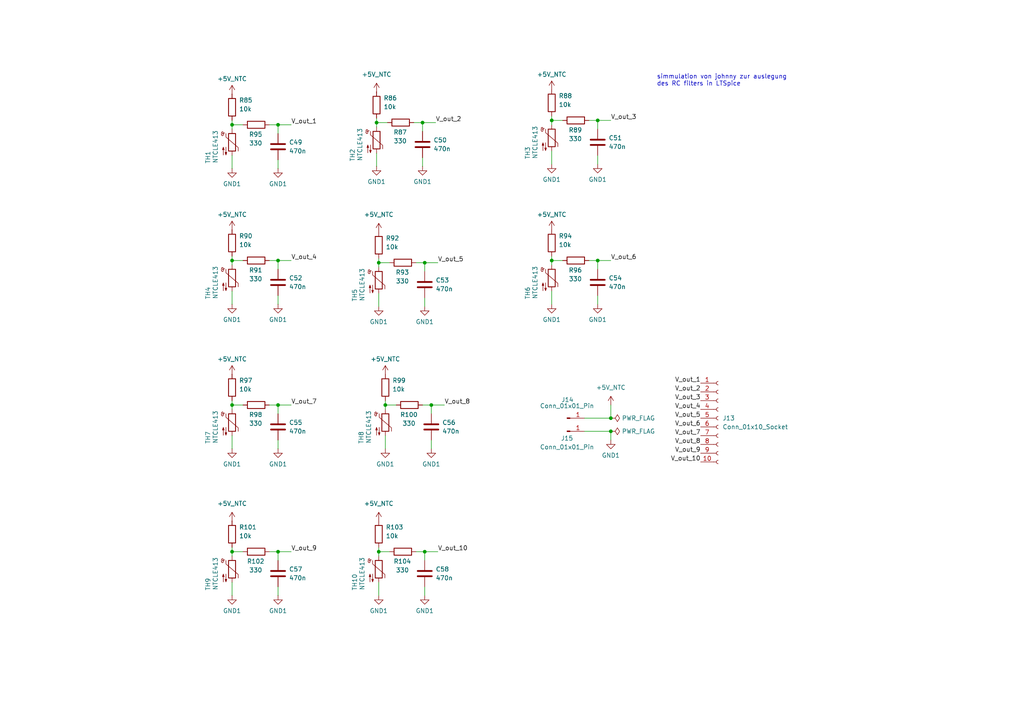
<source format=kicad_sch>
(kicad_sch
	(version 20231120)
	(generator "eeschema")
	(generator_version "8.0")
	(uuid "c04fa1e9-ff14-4ce8-b8e4-68ac8a1e4cda")
	(paper "A4")
	(lib_symbols
		(symbol "Connector:Conn_01x01_Pin"
			(pin_names
				(offset 1.016) hide)
			(exclude_from_sim no)
			(in_bom yes)
			(on_board yes)
			(property "Reference" "J"
				(at 0 2.54 0)
				(effects
					(font
						(size 1.27 1.27)
					)
				)
			)
			(property "Value" "Conn_01x01_Pin"
				(at 0 -2.54 0)
				(effects
					(font
						(size 1.27 1.27)
					)
				)
			)
			(property "Footprint" ""
				(at 0 0 0)
				(effects
					(font
						(size 1.27 1.27)
					)
					(hide yes)
				)
			)
			(property "Datasheet" "~"
				(at 0 0 0)
				(effects
					(font
						(size 1.27 1.27)
					)
					(hide yes)
				)
			)
			(property "Description" "Generic connector, single row, 01x01, script generated"
				(at 0 0 0)
				(effects
					(font
						(size 1.27 1.27)
					)
					(hide yes)
				)
			)
			(property "ki_locked" ""
				(at 0 0 0)
				(effects
					(font
						(size 1.27 1.27)
					)
				)
			)
			(property "ki_keywords" "connector"
				(at 0 0 0)
				(effects
					(font
						(size 1.27 1.27)
					)
					(hide yes)
				)
			)
			(property "ki_fp_filters" "Connector*:*_1x??_*"
				(at 0 0 0)
				(effects
					(font
						(size 1.27 1.27)
					)
					(hide yes)
				)
			)
			(symbol "Conn_01x01_Pin_1_1"
				(polyline
					(pts
						(xy 1.27 0) (xy 0.8636 0)
					)
					(stroke
						(width 0.1524)
						(type default)
					)
					(fill
						(type none)
					)
				)
				(rectangle
					(start 0.8636 0.127)
					(end 0 -0.127)
					(stroke
						(width 0.1524)
						(type default)
					)
					(fill
						(type outline)
					)
				)
				(pin passive line
					(at 5.08 0 180)
					(length 3.81)
					(name "Pin_1"
						(effects
							(font
								(size 1.27 1.27)
							)
						)
					)
					(number "1"
						(effects
							(font
								(size 1.27 1.27)
							)
						)
					)
				)
			)
		)
		(symbol "Connector:Conn_01x10_Socket"
			(pin_names
				(offset 1.016) hide)
			(exclude_from_sim no)
			(in_bom yes)
			(on_board yes)
			(property "Reference" "J"
				(at 0 12.7 0)
				(effects
					(font
						(size 1.27 1.27)
					)
				)
			)
			(property "Value" "Conn_01x10_Socket"
				(at 0 -15.24 0)
				(effects
					(font
						(size 1.27 1.27)
					)
				)
			)
			(property "Footprint" ""
				(at 0 0 0)
				(effects
					(font
						(size 1.27 1.27)
					)
					(hide yes)
				)
			)
			(property "Datasheet" "~"
				(at 0 0 0)
				(effects
					(font
						(size 1.27 1.27)
					)
					(hide yes)
				)
			)
			(property "Description" "Generic connector, single row, 01x10, script generated"
				(at 0 0 0)
				(effects
					(font
						(size 1.27 1.27)
					)
					(hide yes)
				)
			)
			(property "ki_locked" ""
				(at 0 0 0)
				(effects
					(font
						(size 1.27 1.27)
					)
				)
			)
			(property "ki_keywords" "connector"
				(at 0 0 0)
				(effects
					(font
						(size 1.27 1.27)
					)
					(hide yes)
				)
			)
			(property "ki_fp_filters" "Connector*:*_1x??_*"
				(at 0 0 0)
				(effects
					(font
						(size 1.27 1.27)
					)
					(hide yes)
				)
			)
			(symbol "Conn_01x10_Socket_1_1"
				(arc
					(start 0 -12.192)
					(mid -0.5058 -12.7)
					(end 0 -13.208)
					(stroke
						(width 0.1524)
						(type default)
					)
					(fill
						(type none)
					)
				)
				(arc
					(start 0 -9.652)
					(mid -0.5058 -10.16)
					(end 0 -10.668)
					(stroke
						(width 0.1524)
						(type default)
					)
					(fill
						(type none)
					)
				)
				(arc
					(start 0 -7.112)
					(mid -0.5058 -7.62)
					(end 0 -8.128)
					(stroke
						(width 0.1524)
						(type default)
					)
					(fill
						(type none)
					)
				)
				(arc
					(start 0 -4.572)
					(mid -0.5058 -5.08)
					(end 0 -5.588)
					(stroke
						(width 0.1524)
						(type default)
					)
					(fill
						(type none)
					)
				)
				(arc
					(start 0 -2.032)
					(mid -0.5058 -2.54)
					(end 0 -3.048)
					(stroke
						(width 0.1524)
						(type default)
					)
					(fill
						(type none)
					)
				)
				(polyline
					(pts
						(xy -1.27 -12.7) (xy -0.508 -12.7)
					)
					(stroke
						(width 0.1524)
						(type default)
					)
					(fill
						(type none)
					)
				)
				(polyline
					(pts
						(xy -1.27 -10.16) (xy -0.508 -10.16)
					)
					(stroke
						(width 0.1524)
						(type default)
					)
					(fill
						(type none)
					)
				)
				(polyline
					(pts
						(xy -1.27 -7.62) (xy -0.508 -7.62)
					)
					(stroke
						(width 0.1524)
						(type default)
					)
					(fill
						(type none)
					)
				)
				(polyline
					(pts
						(xy -1.27 -5.08) (xy -0.508 -5.08)
					)
					(stroke
						(width 0.1524)
						(type default)
					)
					(fill
						(type none)
					)
				)
				(polyline
					(pts
						(xy -1.27 -2.54) (xy -0.508 -2.54)
					)
					(stroke
						(width 0.1524)
						(type default)
					)
					(fill
						(type none)
					)
				)
				(polyline
					(pts
						(xy -1.27 0) (xy -0.508 0)
					)
					(stroke
						(width 0.1524)
						(type default)
					)
					(fill
						(type none)
					)
				)
				(polyline
					(pts
						(xy -1.27 2.54) (xy -0.508 2.54)
					)
					(stroke
						(width 0.1524)
						(type default)
					)
					(fill
						(type none)
					)
				)
				(polyline
					(pts
						(xy -1.27 5.08) (xy -0.508 5.08)
					)
					(stroke
						(width 0.1524)
						(type default)
					)
					(fill
						(type none)
					)
				)
				(polyline
					(pts
						(xy -1.27 7.62) (xy -0.508 7.62)
					)
					(stroke
						(width 0.1524)
						(type default)
					)
					(fill
						(type none)
					)
				)
				(polyline
					(pts
						(xy -1.27 10.16) (xy -0.508 10.16)
					)
					(stroke
						(width 0.1524)
						(type default)
					)
					(fill
						(type none)
					)
				)
				(arc
					(start 0 0.508)
					(mid -0.5058 0)
					(end 0 -0.508)
					(stroke
						(width 0.1524)
						(type default)
					)
					(fill
						(type none)
					)
				)
				(arc
					(start 0 3.048)
					(mid -0.5058 2.54)
					(end 0 2.032)
					(stroke
						(width 0.1524)
						(type default)
					)
					(fill
						(type none)
					)
				)
				(arc
					(start 0 5.588)
					(mid -0.5058 5.08)
					(end 0 4.572)
					(stroke
						(width 0.1524)
						(type default)
					)
					(fill
						(type none)
					)
				)
				(arc
					(start 0 8.128)
					(mid -0.5058 7.62)
					(end 0 7.112)
					(stroke
						(width 0.1524)
						(type default)
					)
					(fill
						(type none)
					)
				)
				(arc
					(start 0 10.668)
					(mid -0.5058 10.16)
					(end 0 9.652)
					(stroke
						(width 0.1524)
						(type default)
					)
					(fill
						(type none)
					)
				)
				(pin passive line
					(at -5.08 10.16 0)
					(length 3.81)
					(name "Pin_1"
						(effects
							(font
								(size 1.27 1.27)
							)
						)
					)
					(number "1"
						(effects
							(font
								(size 1.27 1.27)
							)
						)
					)
				)
				(pin passive line
					(at -5.08 -12.7 0)
					(length 3.81)
					(name "Pin_10"
						(effects
							(font
								(size 1.27 1.27)
							)
						)
					)
					(number "10"
						(effects
							(font
								(size 1.27 1.27)
							)
						)
					)
				)
				(pin passive line
					(at -5.08 7.62 0)
					(length 3.81)
					(name "Pin_2"
						(effects
							(font
								(size 1.27 1.27)
							)
						)
					)
					(number "2"
						(effects
							(font
								(size 1.27 1.27)
							)
						)
					)
				)
				(pin passive line
					(at -5.08 5.08 0)
					(length 3.81)
					(name "Pin_3"
						(effects
							(font
								(size 1.27 1.27)
							)
						)
					)
					(number "3"
						(effects
							(font
								(size 1.27 1.27)
							)
						)
					)
				)
				(pin passive line
					(at -5.08 2.54 0)
					(length 3.81)
					(name "Pin_4"
						(effects
							(font
								(size 1.27 1.27)
							)
						)
					)
					(number "4"
						(effects
							(font
								(size 1.27 1.27)
							)
						)
					)
				)
				(pin passive line
					(at -5.08 0 0)
					(length 3.81)
					(name "Pin_5"
						(effects
							(font
								(size 1.27 1.27)
							)
						)
					)
					(number "5"
						(effects
							(font
								(size 1.27 1.27)
							)
						)
					)
				)
				(pin passive line
					(at -5.08 -2.54 0)
					(length 3.81)
					(name "Pin_6"
						(effects
							(font
								(size 1.27 1.27)
							)
						)
					)
					(number "6"
						(effects
							(font
								(size 1.27 1.27)
							)
						)
					)
				)
				(pin passive line
					(at -5.08 -5.08 0)
					(length 3.81)
					(name "Pin_7"
						(effects
							(font
								(size 1.27 1.27)
							)
						)
					)
					(number "7"
						(effects
							(font
								(size 1.27 1.27)
							)
						)
					)
				)
				(pin passive line
					(at -5.08 -7.62 0)
					(length 3.81)
					(name "Pin_8"
						(effects
							(font
								(size 1.27 1.27)
							)
						)
					)
					(number "8"
						(effects
							(font
								(size 1.27 1.27)
							)
						)
					)
				)
				(pin passive line
					(at -5.08 -10.16 0)
					(length 3.81)
					(name "Pin_9"
						(effects
							(font
								(size 1.27 1.27)
							)
						)
					)
					(number "9"
						(effects
							(font
								(size 1.27 1.27)
							)
						)
					)
				)
			)
		)
		(symbol "Device:C"
			(pin_numbers hide)
			(pin_names
				(offset 0.254)
			)
			(exclude_from_sim no)
			(in_bom yes)
			(on_board yes)
			(property "Reference" "C"
				(at 0.635 2.54 0)
				(effects
					(font
						(size 1.27 1.27)
					)
					(justify left)
				)
			)
			(property "Value" "C"
				(at 0.635 -2.54 0)
				(effects
					(font
						(size 1.27 1.27)
					)
					(justify left)
				)
			)
			(property "Footprint" ""
				(at 0.9652 -3.81 0)
				(effects
					(font
						(size 1.27 1.27)
					)
					(hide yes)
				)
			)
			(property "Datasheet" "~"
				(at 0 0 0)
				(effects
					(font
						(size 1.27 1.27)
					)
					(hide yes)
				)
			)
			(property "Description" "Unpolarized capacitor"
				(at 0 0 0)
				(effects
					(font
						(size 1.27 1.27)
					)
					(hide yes)
				)
			)
			(property "ki_keywords" "cap capacitor"
				(at 0 0 0)
				(effects
					(font
						(size 1.27 1.27)
					)
					(hide yes)
				)
			)
			(property "ki_fp_filters" "C_*"
				(at 0 0 0)
				(effects
					(font
						(size 1.27 1.27)
					)
					(hide yes)
				)
			)
			(symbol "C_0_1"
				(polyline
					(pts
						(xy -2.032 -0.762) (xy 2.032 -0.762)
					)
					(stroke
						(width 0.508)
						(type default)
					)
					(fill
						(type none)
					)
				)
				(polyline
					(pts
						(xy -2.032 0.762) (xy 2.032 0.762)
					)
					(stroke
						(width 0.508)
						(type default)
					)
					(fill
						(type none)
					)
				)
			)
			(symbol "C_1_1"
				(pin passive line
					(at 0 3.81 270)
					(length 2.794)
					(name "~"
						(effects
							(font
								(size 1.27 1.27)
							)
						)
					)
					(number "1"
						(effects
							(font
								(size 1.27 1.27)
							)
						)
					)
				)
				(pin passive line
					(at 0 -3.81 90)
					(length 2.794)
					(name "~"
						(effects
							(font
								(size 1.27 1.27)
							)
						)
					)
					(number "2"
						(effects
							(font
								(size 1.27 1.27)
							)
						)
					)
				)
			)
		)
		(symbol "Device:R"
			(pin_numbers hide)
			(pin_names
				(offset 0)
			)
			(exclude_from_sim no)
			(in_bom yes)
			(on_board yes)
			(property "Reference" "R"
				(at 2.032 0 90)
				(effects
					(font
						(size 1.27 1.27)
					)
				)
			)
			(property "Value" "R"
				(at 0 0 90)
				(effects
					(font
						(size 1.27 1.27)
					)
				)
			)
			(property "Footprint" ""
				(at -1.778 0 90)
				(effects
					(font
						(size 1.27 1.27)
					)
					(hide yes)
				)
			)
			(property "Datasheet" "~"
				(at 0 0 0)
				(effects
					(font
						(size 1.27 1.27)
					)
					(hide yes)
				)
			)
			(property "Description" "Resistor"
				(at 0 0 0)
				(effects
					(font
						(size 1.27 1.27)
					)
					(hide yes)
				)
			)
			(property "ki_keywords" "R res resistor"
				(at 0 0 0)
				(effects
					(font
						(size 1.27 1.27)
					)
					(hide yes)
				)
			)
			(property "ki_fp_filters" "R_*"
				(at 0 0 0)
				(effects
					(font
						(size 1.27 1.27)
					)
					(hide yes)
				)
			)
			(symbol "R_0_1"
				(rectangle
					(start -1.016 -2.54)
					(end 1.016 2.54)
					(stroke
						(width 0.254)
						(type default)
					)
					(fill
						(type none)
					)
				)
			)
			(symbol "R_1_1"
				(pin passive line
					(at 0 3.81 270)
					(length 1.27)
					(name "~"
						(effects
							(font
								(size 1.27 1.27)
							)
						)
					)
					(number "1"
						(effects
							(font
								(size 1.27 1.27)
							)
						)
					)
				)
				(pin passive line
					(at 0 -3.81 90)
					(length 1.27)
					(name "~"
						(effects
							(font
								(size 1.27 1.27)
							)
						)
					)
					(number "2"
						(effects
							(font
								(size 1.27 1.27)
							)
						)
					)
				)
			)
		)
		(symbol "Device:Thermistor_NTC"
			(pin_numbers hide)
			(pin_names
				(offset 0)
			)
			(exclude_from_sim no)
			(in_bom yes)
			(on_board yes)
			(property "Reference" "TH"
				(at -4.445 0 90)
				(effects
					(font
						(size 1.27 1.27)
					)
				)
			)
			(property "Value" "Thermistor_NTC"
				(at 3.175 0 90)
				(effects
					(font
						(size 1.27 1.27)
					)
				)
			)
			(property "Footprint" ""
				(at 0 1.27 0)
				(effects
					(font
						(size 1.27 1.27)
					)
					(hide yes)
				)
			)
			(property "Datasheet" "~"
				(at 0 1.27 0)
				(effects
					(font
						(size 1.27 1.27)
					)
					(hide yes)
				)
			)
			(property "Description" "Temperature dependent resistor, negative temperature coefficient"
				(at 0 0 0)
				(effects
					(font
						(size 1.27 1.27)
					)
					(hide yes)
				)
			)
			(property "ki_keywords" "thermistor NTC resistor sensor RTD"
				(at 0 0 0)
				(effects
					(font
						(size 1.27 1.27)
					)
					(hide yes)
				)
			)
			(property "ki_fp_filters" "*NTC* *Thermistor* PIN?ARRAY* bornier* *Terminal?Block* R_*"
				(at 0 0 0)
				(effects
					(font
						(size 1.27 1.27)
					)
					(hide yes)
				)
			)
			(symbol "Thermistor_NTC_0_1"
				(arc
					(start -3.048 2.159)
					(mid -3.0495 2.3143)
					(end -3.175 2.413)
					(stroke
						(width 0)
						(type default)
					)
					(fill
						(type none)
					)
				)
				(arc
					(start -3.048 2.159)
					(mid -2.9736 1.9794)
					(end -2.794 1.905)
					(stroke
						(width 0)
						(type default)
					)
					(fill
						(type none)
					)
				)
				(arc
					(start -3.048 2.794)
					(mid -2.9736 2.6144)
					(end -2.794 2.54)
					(stroke
						(width 0)
						(type default)
					)
					(fill
						(type none)
					)
				)
				(arc
					(start -2.794 1.905)
					(mid -2.6144 1.9794)
					(end -2.54 2.159)
					(stroke
						(width 0)
						(type default)
					)
					(fill
						(type none)
					)
				)
				(arc
					(start -2.794 2.54)
					(mid -2.4393 2.5587)
					(end -2.159 2.794)
					(stroke
						(width 0)
						(type default)
					)
					(fill
						(type none)
					)
				)
				(arc
					(start -2.794 3.048)
					(mid -2.9736 2.9736)
					(end -3.048 2.794)
					(stroke
						(width 0)
						(type default)
					)
					(fill
						(type none)
					)
				)
				(arc
					(start -2.54 2.794)
					(mid -2.6144 2.9736)
					(end -2.794 3.048)
					(stroke
						(width 0)
						(type default)
					)
					(fill
						(type none)
					)
				)
				(rectangle
					(start -1.016 2.54)
					(end 1.016 -2.54)
					(stroke
						(width 0.254)
						(type default)
					)
					(fill
						(type none)
					)
				)
				(polyline
					(pts
						(xy -2.54 2.159) (xy -2.54 2.794)
					)
					(stroke
						(width 0)
						(type default)
					)
					(fill
						(type none)
					)
				)
				(polyline
					(pts
						(xy -1.778 2.54) (xy -1.778 1.524) (xy 1.778 -1.524) (xy 1.778 -2.54)
					)
					(stroke
						(width 0)
						(type default)
					)
					(fill
						(type none)
					)
				)
				(polyline
					(pts
						(xy -2.54 -3.683) (xy -2.54 -1.397) (xy -2.794 -2.159) (xy -2.286 -2.159) (xy -2.54 -1.397) (xy -2.54 -1.651)
					)
					(stroke
						(width 0)
						(type default)
					)
					(fill
						(type outline)
					)
				)
				(polyline
					(pts
						(xy -1.778 -1.397) (xy -1.778 -3.683) (xy -2.032 -2.921) (xy -1.524 -2.921) (xy -1.778 -3.683)
						(xy -1.778 -3.429)
					)
					(stroke
						(width 0)
						(type default)
					)
					(fill
						(type outline)
					)
				)
			)
			(symbol "Thermistor_NTC_1_1"
				(pin passive line
					(at 0 3.81 270)
					(length 1.27)
					(name "~"
						(effects
							(font
								(size 1.27 1.27)
							)
						)
					)
					(number "1"
						(effects
							(font
								(size 1.27 1.27)
							)
						)
					)
				)
				(pin passive line
					(at 0 -3.81 90)
					(length 1.27)
					(name "~"
						(effects
							(font
								(size 1.27 1.27)
							)
						)
					)
					(number "2"
						(effects
							(font
								(size 1.27 1.27)
							)
						)
					)
				)
			)
		)
		(symbol "power:+5V"
			(power)
			(pin_numbers hide)
			(pin_names
				(offset 0) hide)
			(exclude_from_sim no)
			(in_bom yes)
			(on_board yes)
			(property "Reference" "#PWR"
				(at 0 -3.81 0)
				(effects
					(font
						(size 1.27 1.27)
					)
					(hide yes)
				)
			)
			(property "Value" "+5V"
				(at 0 3.556 0)
				(effects
					(font
						(size 1.27 1.27)
					)
				)
			)
			(property "Footprint" ""
				(at 0 0 0)
				(effects
					(font
						(size 1.27 1.27)
					)
					(hide yes)
				)
			)
			(property "Datasheet" ""
				(at 0 0 0)
				(effects
					(font
						(size 1.27 1.27)
					)
					(hide yes)
				)
			)
			(property "Description" "Power symbol creates a global label with name \"+5V\""
				(at 0 0 0)
				(effects
					(font
						(size 1.27 1.27)
					)
					(hide yes)
				)
			)
			(property "ki_keywords" "global power"
				(at 0 0 0)
				(effects
					(font
						(size 1.27 1.27)
					)
					(hide yes)
				)
			)
			(symbol "+5V_0_1"
				(polyline
					(pts
						(xy -0.762 1.27) (xy 0 2.54)
					)
					(stroke
						(width 0)
						(type default)
					)
					(fill
						(type none)
					)
				)
				(polyline
					(pts
						(xy 0 0) (xy 0 2.54)
					)
					(stroke
						(width 0)
						(type default)
					)
					(fill
						(type none)
					)
				)
				(polyline
					(pts
						(xy 0 2.54) (xy 0.762 1.27)
					)
					(stroke
						(width 0)
						(type default)
					)
					(fill
						(type none)
					)
				)
			)
			(symbol "+5V_1_1"
				(pin power_in line
					(at 0 0 90)
					(length 0)
					(name "~"
						(effects
							(font
								(size 1.27 1.27)
							)
						)
					)
					(number "1"
						(effects
							(font
								(size 1.27 1.27)
							)
						)
					)
				)
			)
		)
		(symbol "power:GND1"
			(power)
			(pin_numbers hide)
			(pin_names
				(offset 0) hide)
			(exclude_from_sim no)
			(in_bom yes)
			(on_board yes)
			(property "Reference" "#PWR"
				(at 0 -6.35 0)
				(effects
					(font
						(size 1.27 1.27)
					)
					(hide yes)
				)
			)
			(property "Value" "GND1"
				(at 0 -3.81 0)
				(effects
					(font
						(size 1.27 1.27)
					)
				)
			)
			(property "Footprint" ""
				(at 0 0 0)
				(effects
					(font
						(size 1.27 1.27)
					)
					(hide yes)
				)
			)
			(property "Datasheet" ""
				(at 0 0 0)
				(effects
					(font
						(size 1.27 1.27)
					)
					(hide yes)
				)
			)
			(property "Description" "Power symbol creates a global label with name \"GND1\" , ground"
				(at 0 0 0)
				(effects
					(font
						(size 1.27 1.27)
					)
					(hide yes)
				)
			)
			(property "ki_keywords" "global power"
				(at 0 0 0)
				(effects
					(font
						(size 1.27 1.27)
					)
					(hide yes)
				)
			)
			(symbol "GND1_0_1"
				(polyline
					(pts
						(xy 0 0) (xy 0 -1.27) (xy 1.27 -1.27) (xy 0 -2.54) (xy -1.27 -1.27) (xy 0 -1.27)
					)
					(stroke
						(width 0)
						(type default)
					)
					(fill
						(type none)
					)
				)
			)
			(symbol "GND1_1_1"
				(pin power_in line
					(at 0 0 270)
					(length 0)
					(name "~"
						(effects
							(font
								(size 1.27 1.27)
							)
						)
					)
					(number "1"
						(effects
							(font
								(size 1.27 1.27)
							)
						)
					)
				)
			)
		)
		(symbol "power:PWR_FLAG"
			(power)
			(pin_numbers hide)
			(pin_names
				(offset 0) hide)
			(exclude_from_sim no)
			(in_bom yes)
			(on_board yes)
			(property "Reference" "#FLG"
				(at 0 1.905 0)
				(effects
					(font
						(size 1.27 1.27)
					)
					(hide yes)
				)
			)
			(property "Value" "PWR_FLAG"
				(at 0 3.81 0)
				(effects
					(font
						(size 1.27 1.27)
					)
				)
			)
			(property "Footprint" ""
				(at 0 0 0)
				(effects
					(font
						(size 1.27 1.27)
					)
					(hide yes)
				)
			)
			(property "Datasheet" "~"
				(at 0 0 0)
				(effects
					(font
						(size 1.27 1.27)
					)
					(hide yes)
				)
			)
			(property "Description" "Special symbol for telling ERC where power comes from"
				(at 0 0 0)
				(effects
					(font
						(size 1.27 1.27)
					)
					(hide yes)
				)
			)
			(property "ki_keywords" "flag power"
				(at 0 0 0)
				(effects
					(font
						(size 1.27 1.27)
					)
					(hide yes)
				)
			)
			(symbol "PWR_FLAG_0_0"
				(pin power_out line
					(at 0 0 90)
					(length 0)
					(name "~"
						(effects
							(font
								(size 1.27 1.27)
							)
						)
					)
					(number "1"
						(effects
							(font
								(size 1.27 1.27)
							)
						)
					)
				)
			)
			(symbol "PWR_FLAG_0_1"
				(polyline
					(pts
						(xy 0 0) (xy 0 1.27) (xy -1.016 1.905) (xy 0 2.54) (xy 1.016 1.905) (xy 0 1.27)
					)
					(stroke
						(width 0)
						(type default)
					)
					(fill
						(type none)
					)
				)
			)
		)
	)
	(junction
		(at 67.31 160.02)
		(diameter 0)
		(color 0 0 0 0)
		(uuid "01fb401c-c95a-41ca-9934-8a7e7b81bffd")
	)
	(junction
		(at 67.31 117.475)
		(diameter 0)
		(color 0 0 0 0)
		(uuid "0847b9ca-0a1c-46f0-b1ea-5dc81f91fb2a")
	)
	(junction
		(at 160.02 75.565)
		(diameter 0)
		(color 0 0 0 0)
		(uuid "11df4e94-ecc9-4952-9c0c-cd9ddb20b998")
	)
	(junction
		(at 80.645 36.195)
		(diameter 0)
		(color 0 0 0 0)
		(uuid "1b1d9fe1-28ea-449c-a63c-d0b6e2fe3276")
	)
	(junction
		(at 123.19 76.2)
		(diameter 0)
		(color 0 0 0 0)
		(uuid "1f52d40d-de37-48b0-a69e-8ae1d28aa0e7")
	)
	(junction
		(at 109.855 160.02)
		(diameter 0)
		(color 0 0 0 0)
		(uuid "21fa2cf2-6643-450f-9b3b-d185ef9aa089")
	)
	(junction
		(at 123.19 160.02)
		(diameter 0)
		(color 0 0 0 0)
		(uuid "4d794a22-5501-43bb-ad28-0d9af24a8af2")
	)
	(junction
		(at 80.645 160.02)
		(diameter 0)
		(color 0 0 0 0)
		(uuid "5eb1bdc0-5e86-4168-9085-8954f9008253")
	)
	(junction
		(at 125.095 117.475)
		(diameter 0)
		(color 0 0 0 0)
		(uuid "6ad276b1-c67d-4da7-993a-7fba78c75dcf")
	)
	(junction
		(at 67.31 36.195)
		(diameter 0)
		(color 0 0 0 0)
		(uuid "6ffde988-d1b9-4e5a-94e2-c4b766b195e6")
	)
	(junction
		(at 122.555 35.56)
		(diameter 0)
		(color 0 0 0 0)
		(uuid "75073320-32c2-4d03-bd64-6c51e9e8bab2")
	)
	(junction
		(at 173.355 75.565)
		(diameter 0)
		(color 0 0 0 0)
		(uuid "8ddf13bb-4ae8-4ed6-88fc-150e1a8fceda")
	)
	(junction
		(at 80.645 75.565)
		(diameter 0)
		(color 0 0 0 0)
		(uuid "9f0bc0fc-3b7c-4b93-8561-55714d207f35")
	)
	(junction
		(at 177.165 121.285)
		(diameter 0)
		(color 0 0 0 0)
		(uuid "9f29537e-51c8-4371-ab29-ab895d49e26b")
	)
	(junction
		(at 160.02 34.925)
		(diameter 0)
		(color 0 0 0 0)
		(uuid "a5d40e78-aa87-4584-b256-812d31e56220")
	)
	(junction
		(at 109.22 35.56)
		(diameter 0)
		(color 0 0 0 0)
		(uuid "c06bd450-6337-457c-85d6-97a79997365c")
	)
	(junction
		(at 67.31 75.565)
		(diameter 0)
		(color 0 0 0 0)
		(uuid "c936cf66-68a3-43ed-8889-ef9aef24fcce")
	)
	(junction
		(at 80.645 117.475)
		(diameter 0)
		(color 0 0 0 0)
		(uuid "dfa73a03-8a7f-42c0-9613-f70531bfe634")
	)
	(junction
		(at 173.355 34.925)
		(diameter 0)
		(color 0 0 0 0)
		(uuid "e065e274-b97d-430d-b8f3-78ac7555fd17")
	)
	(junction
		(at 109.855 76.2)
		(diameter 0)
		(color 0 0 0 0)
		(uuid "f700d287-49d4-47c8-b83e-3ff34e32540d")
	)
	(junction
		(at 177.165 125.095)
		(diameter 0)
		(color 0 0 0 0)
		(uuid "f7a6d33a-1360-4e3c-a385-047eef8a9048")
	)
	(junction
		(at 111.76 117.475)
		(diameter 0)
		(color 0 0 0 0)
		(uuid "fdfdcc8f-d662-4303-8301-21e070710f7a")
	)
	(wire
		(pts
			(xy 169.545 121.285) (xy 177.165 121.285)
		)
		(stroke
			(width 0)
			(type default)
		)
		(uuid "04bd9d85-b83c-4347-857e-fc3e11502b9f")
	)
	(wire
		(pts
			(xy 67.31 74.295) (xy 67.31 75.565)
		)
		(stroke
			(width 0)
			(type default)
		)
		(uuid "05867618-329b-47dd-9888-267c91ce9118")
	)
	(wire
		(pts
			(xy 67.31 158.75) (xy 67.31 160.02)
		)
		(stroke
			(width 0)
			(type default)
		)
		(uuid "09229c9c-dd0a-43a0-ae37-68006e44797e")
	)
	(wire
		(pts
			(xy 67.31 160.02) (xy 67.31 161.29)
		)
		(stroke
			(width 0)
			(type default)
		)
		(uuid "0a61b3d1-e9d8-4ba1-bb3f-15c8742ecb20")
	)
	(wire
		(pts
			(xy 109.855 160.02) (xy 113.03 160.02)
		)
		(stroke
			(width 0)
			(type default)
		)
		(uuid "0fbc10fd-2d1f-43fe-ab98-fa77d422e977")
	)
	(wire
		(pts
			(xy 111.76 117.475) (xy 111.76 118.745)
		)
		(stroke
			(width 0)
			(type default)
		)
		(uuid "12e38cd6-5cf9-4eaa-a631-5d32fb118ff5")
	)
	(wire
		(pts
			(xy 80.645 36.195) (xy 84.455 36.195)
		)
		(stroke
			(width 0)
			(type default)
		)
		(uuid "1519fe6d-dc2d-4115-951e-e1f46902d14f")
	)
	(wire
		(pts
			(xy 67.31 116.205) (xy 67.31 117.475)
		)
		(stroke
			(width 0)
			(type default)
		)
		(uuid "1b97dc00-52a9-4e67-a44b-9ec720d23fc9")
	)
	(wire
		(pts
			(xy 111.76 126.365) (xy 111.76 130.175)
		)
		(stroke
			(width 0)
			(type default)
		)
		(uuid "1cdbaeb3-20fd-4494-8b8a-22c7cecc748f")
	)
	(wire
		(pts
			(xy 80.645 160.02) (xy 80.645 162.56)
		)
		(stroke
			(width 0)
			(type default)
		)
		(uuid "1dd6ebbf-27a5-44ee-bec0-0743b5a41dc6")
	)
	(wire
		(pts
			(xy 80.645 88.265) (xy 80.645 85.725)
		)
		(stroke
			(width 0)
			(type default)
		)
		(uuid "22b56279-4a73-48b4-8012-6a4a9f97c8ef")
	)
	(wire
		(pts
			(xy 80.645 130.175) (xy 80.645 127.635)
		)
		(stroke
			(width 0)
			(type default)
		)
		(uuid "269e5df9-8ea8-432e-a808-d8e27224a097")
	)
	(wire
		(pts
			(xy 67.31 45.085) (xy 67.31 48.895)
		)
		(stroke
			(width 0)
			(type default)
		)
		(uuid "2cb32a9a-08ed-467d-8ea2-34b6cf7bfa36")
	)
	(wire
		(pts
			(xy 173.355 75.565) (xy 173.355 78.105)
		)
		(stroke
			(width 0)
			(type default)
		)
		(uuid "33c995b0-d84a-4e9c-b5f4-84b73530cfef")
	)
	(wire
		(pts
			(xy 177.165 121.285) (xy 177.165 117.475)
		)
		(stroke
			(width 0)
			(type default)
		)
		(uuid "34ce4d70-ad81-4c7e-ad37-2655b6e4abda")
	)
	(wire
		(pts
			(xy 109.22 35.56) (xy 109.22 36.83)
		)
		(stroke
			(width 0)
			(type default)
		)
		(uuid "3637e183-9444-434b-ab65-bd6bf43dccc1")
	)
	(wire
		(pts
			(xy 109.855 160.02) (xy 109.855 161.29)
		)
		(stroke
			(width 0)
			(type default)
		)
		(uuid "3878be4c-2019-481e-888d-274bf39c12dd")
	)
	(wire
		(pts
			(xy 109.855 158.75) (xy 109.855 160.02)
		)
		(stroke
			(width 0)
			(type default)
		)
		(uuid "3981178f-ad8f-4541-b4f3-e619ac67186c")
	)
	(wire
		(pts
			(xy 109.855 85.09) (xy 109.855 88.9)
		)
		(stroke
			(width 0)
			(type default)
		)
		(uuid "3b5be0d3-72c9-4a61-b049-68b4658eb119")
	)
	(wire
		(pts
			(xy 160.02 75.565) (xy 160.02 76.835)
		)
		(stroke
			(width 0)
			(type default)
		)
		(uuid "3e256d86-137c-4182-9bec-a787b3e3160f")
	)
	(wire
		(pts
			(xy 109.22 44.45) (xy 109.22 48.26)
		)
		(stroke
			(width 0)
			(type default)
		)
		(uuid "3e924cd6-663e-4824-90ff-62dd86d4e2c9")
	)
	(wire
		(pts
			(xy 67.31 36.195) (xy 67.31 37.465)
		)
		(stroke
			(width 0)
			(type default)
		)
		(uuid "47bda7fd-7b36-4985-a056-bde39d01be27")
	)
	(wire
		(pts
			(xy 160.02 34.925) (xy 160.02 36.195)
		)
		(stroke
			(width 0)
			(type default)
		)
		(uuid "48dabde1-11ce-4184-9439-a2f8230b8a87")
	)
	(wire
		(pts
			(xy 170.815 75.565) (xy 173.355 75.565)
		)
		(stroke
			(width 0)
			(type default)
		)
		(uuid "490ed9e9-18a1-4dd6-8a0e-289e7e6e9900")
	)
	(wire
		(pts
			(xy 123.19 160.02) (xy 127 160.02)
		)
		(stroke
			(width 0)
			(type default)
		)
		(uuid "4a4af83f-858b-45de-ab67-e57ede698612")
	)
	(wire
		(pts
			(xy 67.31 117.475) (xy 67.31 118.745)
		)
		(stroke
			(width 0)
			(type default)
		)
		(uuid "4d18d1a4-7eb8-4de6-a24e-f24874806ce6")
	)
	(wire
		(pts
			(xy 80.645 75.565) (xy 80.645 78.105)
		)
		(stroke
			(width 0)
			(type default)
		)
		(uuid "5189202a-cd66-4afc-ba5b-9a1b5b1581c6")
	)
	(wire
		(pts
			(xy 109.855 168.91) (xy 109.855 172.72)
		)
		(stroke
			(width 0)
			(type default)
		)
		(uuid "5a4a7597-eda6-4950-b468-3f9456ff3015")
	)
	(wire
		(pts
			(xy 125.095 117.475) (xy 128.905 117.475)
		)
		(stroke
			(width 0)
			(type default)
		)
		(uuid "5f63a578-c279-489d-81bc-87419518fc53")
	)
	(wire
		(pts
			(xy 122.555 35.56) (xy 126.365 35.56)
		)
		(stroke
			(width 0)
			(type default)
		)
		(uuid "619b3bb9-a5a9-4bca-b182-c00731e119b7")
	)
	(wire
		(pts
			(xy 170.815 34.925) (xy 173.355 34.925)
		)
		(stroke
			(width 0)
			(type default)
		)
		(uuid "68436125-8aa1-49f0-916b-ad5257a7023c")
	)
	(wire
		(pts
			(xy 122.555 35.56) (xy 122.555 38.1)
		)
		(stroke
			(width 0)
			(type default)
		)
		(uuid "6a3b0c17-d9fd-45a9-ba54-e1c9cda9419e")
	)
	(wire
		(pts
			(xy 78.105 75.565) (xy 80.645 75.565)
		)
		(stroke
			(width 0)
			(type default)
		)
		(uuid "6ca1a23c-7450-4c53-a1ac-ccd9564a22a5")
	)
	(wire
		(pts
			(xy 173.355 88.265) (xy 173.355 85.725)
		)
		(stroke
			(width 0)
			(type default)
		)
		(uuid "6ddbeeb4-ca91-4394-924a-115c5bcb3f55")
	)
	(wire
		(pts
			(xy 80.645 117.475) (xy 80.645 120.015)
		)
		(stroke
			(width 0)
			(type default)
		)
		(uuid "6e2f45d2-3e57-4762-9610-34f2dc35d9ae")
	)
	(wire
		(pts
			(xy 125.095 117.475) (xy 125.095 120.015)
		)
		(stroke
			(width 0)
			(type default)
		)
		(uuid "6f0277cd-1e96-4f7f-bec3-03176c48c4de")
	)
	(wire
		(pts
			(xy 173.355 34.925) (xy 173.355 37.465)
		)
		(stroke
			(width 0)
			(type default)
		)
		(uuid "71233b7d-9c9a-42c6-8859-ad8469f49fbc")
	)
	(wire
		(pts
			(xy 67.31 126.365) (xy 67.31 130.175)
		)
		(stroke
			(width 0)
			(type default)
		)
		(uuid "72a591f0-6502-477b-baf0-9d060c0350f4")
	)
	(wire
		(pts
			(xy 80.645 36.195) (xy 80.645 38.735)
		)
		(stroke
			(width 0)
			(type default)
		)
		(uuid "7345c3a8-140f-4493-b9bd-860da7208990")
	)
	(wire
		(pts
			(xy 160.02 74.295) (xy 160.02 75.565)
		)
		(stroke
			(width 0)
			(type default)
		)
		(uuid "749c5ba4-37d5-43b3-a68a-b3f4dd2b7254")
	)
	(wire
		(pts
			(xy 80.645 117.475) (xy 84.455 117.475)
		)
		(stroke
			(width 0)
			(type default)
		)
		(uuid "75363d5f-b9c7-493f-80c6-0462362b522d")
	)
	(wire
		(pts
			(xy 160.02 34.925) (xy 163.195 34.925)
		)
		(stroke
			(width 0)
			(type default)
		)
		(uuid "75fa0159-07f1-408a-ad12-1180d4fa99c5")
	)
	(wire
		(pts
			(xy 67.31 75.565) (xy 67.31 76.835)
		)
		(stroke
			(width 0)
			(type default)
		)
		(uuid "804e1cec-6af9-47ed-8367-60e14eb20fb6")
	)
	(wire
		(pts
			(xy 122.555 48.26) (xy 122.555 45.72)
		)
		(stroke
			(width 0)
			(type default)
		)
		(uuid "88844417-e263-458b-8933-914b788f3a83")
	)
	(wire
		(pts
			(xy 67.31 36.195) (xy 70.485 36.195)
		)
		(stroke
			(width 0)
			(type default)
		)
		(uuid "8d9ea2f1-427e-4130-9c7f-e2db7cb71a68")
	)
	(wire
		(pts
			(xy 173.355 34.925) (xy 177.165 34.925)
		)
		(stroke
			(width 0)
			(type default)
		)
		(uuid "8ee4ae0e-276f-415f-9bff-e17a3e4b17b7")
	)
	(wire
		(pts
			(xy 67.31 84.455) (xy 67.31 88.265)
		)
		(stroke
			(width 0)
			(type default)
		)
		(uuid "9413d49f-efef-4884-a873-6248e90fbc2a")
	)
	(wire
		(pts
			(xy 67.31 75.565) (xy 70.485 75.565)
		)
		(stroke
			(width 0)
			(type default)
		)
		(uuid "953c589c-cdbc-485a-bf8c-7caf43c5cf6b")
	)
	(wire
		(pts
			(xy 78.105 36.195) (xy 80.645 36.195)
		)
		(stroke
			(width 0)
			(type default)
		)
		(uuid "9884bede-9d12-42b7-9c7e-84b87c56f61c")
	)
	(wire
		(pts
			(xy 78.105 117.475) (xy 80.645 117.475)
		)
		(stroke
			(width 0)
			(type default)
		)
		(uuid "98edeba6-46cf-4998-8814-cc5350eb6ea3")
	)
	(wire
		(pts
			(xy 123.19 172.72) (xy 123.19 170.18)
		)
		(stroke
			(width 0)
			(type default)
		)
		(uuid "99f8fe99-3012-4d2a-a6b5-574094982fb4")
	)
	(wire
		(pts
			(xy 67.31 117.475) (xy 70.485 117.475)
		)
		(stroke
			(width 0)
			(type default)
		)
		(uuid "9aff0929-72fb-4dc0-8c5b-e276746107b9")
	)
	(wire
		(pts
			(xy 109.855 76.2) (xy 109.855 77.47)
		)
		(stroke
			(width 0)
			(type default)
		)
		(uuid "9d08fb7c-2560-4f43-81ba-b2db9762c044")
	)
	(wire
		(pts
			(xy 177.165 125.095) (xy 169.545 125.095)
		)
		(stroke
			(width 0)
			(type default)
		)
		(uuid "9e766546-e719-4c56-b581-2f5bf7dcf19a")
	)
	(wire
		(pts
			(xy 109.855 76.2) (xy 113.03 76.2)
		)
		(stroke
			(width 0)
			(type default)
		)
		(uuid "9ed9896d-b507-46cc-884a-86565f26aa7d")
	)
	(wire
		(pts
			(xy 160.02 43.815) (xy 160.02 47.625)
		)
		(stroke
			(width 0)
			(type default)
		)
		(uuid "b03a0906-0bce-40cc-91aa-6d4bc734d3e5")
	)
	(wire
		(pts
			(xy 125.095 130.175) (xy 125.095 127.635)
		)
		(stroke
			(width 0)
			(type default)
		)
		(uuid "b1b77055-f7ba-44cb-b333-ad81016cdc6e")
	)
	(wire
		(pts
			(xy 80.645 48.895) (xy 80.645 46.355)
		)
		(stroke
			(width 0)
			(type default)
		)
		(uuid "b23a0464-771c-4b6b-af40-8b0a0b880e42")
	)
	(wire
		(pts
			(xy 111.76 117.475) (xy 114.935 117.475)
		)
		(stroke
			(width 0)
			(type default)
		)
		(uuid "b2a0a806-ad9b-4c7d-bebb-ceb3a3e9a50e")
	)
	(wire
		(pts
			(xy 120.015 35.56) (xy 122.555 35.56)
		)
		(stroke
			(width 0)
			(type default)
		)
		(uuid "b34c9e31-2faa-4352-8e59-6975c89307c7")
	)
	(wire
		(pts
			(xy 173.355 47.625) (xy 173.355 45.085)
		)
		(stroke
			(width 0)
			(type default)
		)
		(uuid "c3d9b96c-c0a6-4179-be46-085ddd7e5693")
	)
	(wire
		(pts
			(xy 111.76 116.205) (xy 111.76 117.475)
		)
		(stroke
			(width 0)
			(type default)
		)
		(uuid "c6ea5e8e-5d1a-43de-845f-1697e8a67884")
	)
	(wire
		(pts
			(xy 122.555 117.475) (xy 125.095 117.475)
		)
		(stroke
			(width 0)
			(type default)
		)
		(uuid "c789cf90-c6cb-4c12-bd89-114381af874b")
	)
	(wire
		(pts
			(xy 109.22 34.29) (xy 109.22 35.56)
		)
		(stroke
			(width 0)
			(type default)
		)
		(uuid "cbfacf06-ff51-4375-bd88-8252c63f6cfc")
	)
	(wire
		(pts
			(xy 120.65 160.02) (xy 123.19 160.02)
		)
		(stroke
			(width 0)
			(type default)
		)
		(uuid "cf670265-cef7-41d6-9829-ee0de89e675b")
	)
	(wire
		(pts
			(xy 120.65 76.2) (xy 123.19 76.2)
		)
		(stroke
			(width 0)
			(type default)
		)
		(uuid "d511874c-3055-47d8-b4b3-d6e8c192caf4")
	)
	(wire
		(pts
			(xy 160.02 75.565) (xy 163.195 75.565)
		)
		(stroke
			(width 0)
			(type default)
		)
		(uuid "d69241ef-6276-4487-8ccb-dc53ddd72c86")
	)
	(wire
		(pts
			(xy 173.355 75.565) (xy 177.165 75.565)
		)
		(stroke
			(width 0)
			(type default)
		)
		(uuid "d6fb409e-1ab1-46a2-82d9-6afbbfa404a4")
	)
	(wire
		(pts
			(xy 80.645 75.565) (xy 84.455 75.565)
		)
		(stroke
			(width 0)
			(type default)
		)
		(uuid "d7785053-66d5-4e56-b90b-62638e5cc28e")
	)
	(wire
		(pts
			(xy 80.645 160.02) (xy 84.455 160.02)
		)
		(stroke
			(width 0)
			(type default)
		)
		(uuid "d992a387-0ed9-493c-9506-e5f0f830a0e2")
	)
	(wire
		(pts
			(xy 78.105 160.02) (xy 80.645 160.02)
		)
		(stroke
			(width 0)
			(type default)
		)
		(uuid "dc7aea48-42c0-43ce-ace0-7be18ca15968")
	)
	(wire
		(pts
			(xy 177.165 127.635) (xy 177.165 125.095)
		)
		(stroke
			(width 0)
			(type default)
		)
		(uuid "dd63d4fd-d084-42c4-b136-906d0f63550f")
	)
	(wire
		(pts
			(xy 160.02 33.655) (xy 160.02 34.925)
		)
		(stroke
			(width 0)
			(type default)
		)
		(uuid "de393ef1-95b7-4d25-b72e-dc59ec89f587")
	)
	(wire
		(pts
			(xy 123.19 160.02) (xy 123.19 162.56)
		)
		(stroke
			(width 0)
			(type default)
		)
		(uuid "e3016d78-4f5b-4d3e-bb99-784ea5f68aa8")
	)
	(wire
		(pts
			(xy 123.19 88.9) (xy 123.19 86.36)
		)
		(stroke
			(width 0)
			(type default)
		)
		(uuid "e385d0be-3c80-4bd0-9756-72a492dc922c")
	)
	(wire
		(pts
			(xy 109.22 35.56) (xy 112.395 35.56)
		)
		(stroke
			(width 0)
			(type default)
		)
		(uuid "f0793091-1b7d-4761-8e39-82c1344e7d9a")
	)
	(wire
		(pts
			(xy 67.31 168.91) (xy 67.31 172.72)
		)
		(stroke
			(width 0)
			(type default)
		)
		(uuid "f2a13cd1-bbe8-424b-bd05-485d594eb828")
	)
	(wire
		(pts
			(xy 80.645 172.72) (xy 80.645 170.18)
		)
		(stroke
			(width 0)
			(type default)
		)
		(uuid "f7c3eeba-dd21-4110-941c-2925abce6d1b")
	)
	(wire
		(pts
			(xy 160.02 84.455) (xy 160.02 88.265)
		)
		(stroke
			(width 0)
			(type default)
		)
		(uuid "fa18c5e7-83d7-41bb-b520-628b807c7a58")
	)
	(wire
		(pts
			(xy 109.855 74.93) (xy 109.855 76.2)
		)
		(stroke
			(width 0)
			(type default)
		)
		(uuid "fa67102f-78be-4f12-9a74-690398015180")
	)
	(wire
		(pts
			(xy 67.31 160.02) (xy 70.485 160.02)
		)
		(stroke
			(width 0)
			(type default)
		)
		(uuid "fa95a7b4-9a06-40d8-9749-7097f40ed4b8")
	)
	(wire
		(pts
			(xy 123.19 76.2) (xy 123.19 78.74)
		)
		(stroke
			(width 0)
			(type default)
		)
		(uuid "fad73009-683f-4405-acbd-6d37b2115329")
	)
	(wire
		(pts
			(xy 123.19 76.2) (xy 127 76.2)
		)
		(stroke
			(width 0)
			(type default)
		)
		(uuid "fce6303c-d884-4788-aaf7-a80f37c1ec79")
	)
	(wire
		(pts
			(xy 67.31 34.925) (xy 67.31 36.195)
		)
		(stroke
			(width 0)
			(type default)
		)
		(uuid "fe1a72d5-608f-4c45-b53e-482c1c74fba6")
	)
	(text "simmulation von johnny zur auslegung\ndes RC filters in LTSpice"
		(exclude_from_sim no)
		(at 190.5 23.368 0)
		(effects
			(font
				(size 1.27 1.27)
			)
			(justify left)
		)
		(uuid "fa357589-d187-417d-b36e-ec5bd7226974")
	)
	(label "V_out_9"
		(at 84.455 160.02 0)
		(fields_autoplaced yes)
		(effects
			(font
				(size 1.27 1.27)
			)
			(justify left bottom)
		)
		(uuid "05dbb850-f23f-409c-bb8d-437b9879f0b4")
	)
	(label "V_out_4"
		(at 203.2 118.745 180)
		(fields_autoplaced yes)
		(effects
			(font
				(size 1.27 1.27)
			)
			(justify right bottom)
		)
		(uuid "272f3608-faa1-4cf0-9454-ca3716168d66")
	)
	(label "V_out_3"
		(at 177.165 34.925 0)
		(fields_autoplaced yes)
		(effects
			(font
				(size 1.27 1.27)
			)
			(justify left bottom)
		)
		(uuid "478ded98-3be0-4cfb-9dcf-693df3e9bba8")
	)
	(label "V_out_9"
		(at 203.2 131.445 180)
		(fields_autoplaced yes)
		(effects
			(font
				(size 1.27 1.27)
			)
			(justify right bottom)
		)
		(uuid "60f02e33-bcb6-426b-ac0b-6b060cb731aa")
	)
	(label "V_out_8"
		(at 128.905 117.475 0)
		(fields_autoplaced yes)
		(effects
			(font
				(size 1.27 1.27)
			)
			(justify left bottom)
		)
		(uuid "66a67e4c-5774-4712-b1d4-e887dfa42230")
	)
	(label "V_out_4"
		(at 84.455 75.565 0)
		(fields_autoplaced yes)
		(effects
			(font
				(size 1.27 1.27)
			)
			(justify left bottom)
		)
		(uuid "76dcdd0c-aeb5-478c-99a4-bd6205f8a206")
	)
	(label "V_out_10"
		(at 127 160.02 0)
		(fields_autoplaced yes)
		(effects
			(font
				(size 1.27 1.27)
			)
			(justify left bottom)
		)
		(uuid "77a3ff4b-a1ef-4a40-a368-3e06e5df6587")
	)
	(label "V_out_5"
		(at 127 76.2 0)
		(fields_autoplaced yes)
		(effects
			(font
				(size 1.27 1.27)
			)
			(justify left bottom)
		)
		(uuid "7a8610bf-f82b-4fa7-88e7-35e44c66d8db")
	)
	(label "V_out_1"
		(at 84.455 36.195 0)
		(fields_autoplaced yes)
		(effects
			(font
				(size 1.27 1.27)
			)
			(justify left bottom)
		)
		(uuid "a38201dc-802c-4a90-a48b-7ab2b1fd48c6")
	)
	(label "V_out_6"
		(at 203.2 123.825 180)
		(fields_autoplaced yes)
		(effects
			(font
				(size 1.27 1.27)
			)
			(justify right bottom)
		)
		(uuid "a83ec8da-f4a1-465e-954d-eeb17616c986")
	)
	(label "V_out_10"
		(at 203.2 133.985 180)
		(fields_autoplaced yes)
		(effects
			(font
				(size 1.27 1.27)
			)
			(justify right bottom)
		)
		(uuid "b6512898-719c-47cb-8ce3-d3fa51a6b1d4")
	)
	(label "V_out_8"
		(at 203.2 128.905 180)
		(fields_autoplaced yes)
		(effects
			(font
				(size 1.27 1.27)
			)
			(justify right bottom)
		)
		(uuid "baaff5c0-18c6-462d-88cc-95f0a416e77f")
	)
	(label "V_out_3"
		(at 203.2 116.205 180)
		(fields_autoplaced yes)
		(effects
			(font
				(size 1.27 1.27)
			)
			(justify right bottom)
		)
		(uuid "bdb9a6d1-d181-4798-81b6-90d7bdff7daf")
	)
	(label "V_out_6"
		(at 177.165 75.565 0)
		(fields_autoplaced yes)
		(effects
			(font
				(size 1.27 1.27)
			)
			(justify left bottom)
		)
		(uuid "bea7c82b-a4f9-43f9-9caa-94fd9d364ff9")
	)
	(label "V_out_2"
		(at 126.365 35.56 0)
		(fields_autoplaced yes)
		(effects
			(font
				(size 1.27 1.27)
			)
			(justify left bottom)
		)
		(uuid "cd750497-95ed-4925-8a82-668c78a70001")
	)
	(label "V_out_2"
		(at 203.2 113.665 180)
		(fields_autoplaced yes)
		(effects
			(font
				(size 1.27 1.27)
			)
			(justify right bottom)
		)
		(uuid "d5de7b1b-257f-40ba-bffb-0b6301bd313c")
	)
	(label "V_out_7"
		(at 203.2 126.365 180)
		(fields_autoplaced yes)
		(effects
			(font
				(size 1.27 1.27)
			)
			(justify right bottom)
		)
		(uuid "d8dac894-aded-4d7d-becc-faea1bc4a89d")
	)
	(label "V_out_7"
		(at 84.455 117.475 0)
		(fields_autoplaced yes)
		(effects
			(font
				(size 1.27 1.27)
			)
			(justify left bottom)
		)
		(uuid "d9399375-ca4d-4072-b8c7-d7e575da0574")
	)
	(label "V_out_1"
		(at 203.2 111.125 180)
		(fields_autoplaced yes)
		(effects
			(font
				(size 1.27 1.27)
			)
			(justify right bottom)
		)
		(uuid "d98a76e6-cf6b-4fc4-804f-ec64c3185ca4")
	)
	(label "V_out_5"
		(at 203.2 121.285 180)
		(fields_autoplaced yes)
		(effects
			(font
				(size 1.27 1.27)
			)
			(justify right bottom)
		)
		(uuid "fbb42326-359a-45e9-a0a4-eb870052fdde")
	)
	(symbol
		(lib_id "Device:R")
		(at 74.295 75.565 90)
		(unit 1)
		(exclude_from_sim no)
		(in_bom yes)
		(on_board yes)
		(dnp no)
		(uuid "0ab2410b-c647-4710-aec8-23d6ffed4e89")
		(property "Reference" "R91"
			(at 74.168 78.359 90)
			(effects
				(font
					(size 1.27 1.27)
				)
			)
		)
		(property "Value" "330"
			(at 74.168 80.899 90)
			(effects
				(font
					(size 1.27 1.27)
				)
			)
		)
		(property "Footprint" "Resistor_SMD:R_0603_1608Metric"
			(at 74.295 77.343 90)
			(effects
				(font
					(size 1.27 1.27)
				)
				(hide yes)
			)
		)
		(property "Datasheet" "~"
			(at 74.295 75.565 0)
			(effects
				(font
					(size 1.27 1.27)
				)
				(hide yes)
			)
		)
		(property "Description" "Resistor"
			(at 74.295 75.565 0)
			(effects
				(font
					(size 1.27 1.27)
				)
				(hide yes)
			)
		)
		(pin "1"
			(uuid "e604e4ed-6284-4dbc-a26f-ef240611f533")
		)
		(pin "2"
			(uuid "451d4dfb-835b-4b03-982a-6556c38d93bb")
		)
		(instances
			(project "FT25_AMS_Slave"
				(path "/64eac9c4-e018-49db-b598-a7107a0db15b/2916c077-d2fd-484f-9568-6a2f674d2598"
					(reference "R91")
					(unit 1)
				)
			)
		)
	)
	(symbol
		(lib_id "Device:R")
		(at 67.31 70.485 0)
		(unit 1)
		(exclude_from_sim no)
		(in_bom yes)
		(on_board yes)
		(dnp no)
		(uuid "0b629e59-c2f0-4f67-a050-93d408c5be90")
		(property "Reference" "R90"
			(at 69.342 68.453 0)
			(effects
				(font
					(size 1.27 1.27)
				)
				(justify left)
			)
		)
		(property "Value" "10k"
			(at 69.342 70.993 0)
			(effects
				(font
					(size 1.27 1.27)
				)
				(justify left)
			)
		)
		(property "Footprint" "Resistor_SMD:R_0603_1608Metric"
			(at 65.532 70.485 90)
			(effects
				(font
					(size 1.27 1.27)
				)
				(hide yes)
			)
		)
		(property "Datasheet" "~"
			(at 67.31 70.485 0)
			(effects
				(font
					(size 1.27 1.27)
				)
				(hide yes)
			)
		)
		(property "Description" "Resistor"
			(at 67.31 70.485 0)
			(effects
				(font
					(size 1.27 1.27)
				)
				(hide yes)
			)
		)
		(pin "2"
			(uuid "877a1410-e271-4c37-a3ec-e6fc70530cf5")
		)
		(pin "1"
			(uuid "cadc69cf-363e-4d8f-8b87-060e77eeb6fd")
		)
		(instances
			(project "FT25_AMS_Slave"
				(path "/64eac9c4-e018-49db-b598-a7107a0db15b/2916c077-d2fd-484f-9568-6a2f674d2598"
					(reference "R90")
					(unit 1)
				)
			)
		)
	)
	(symbol
		(lib_id "power:GND1")
		(at 80.645 88.265 0)
		(unit 1)
		(exclude_from_sim no)
		(in_bom yes)
		(on_board yes)
		(dnp no)
		(fields_autoplaced yes)
		(uuid "0fe52be4-7265-4c36-aba0-75f6a44d024d")
		(property "Reference" "#PWR038"
			(at 80.645 94.615 0)
			(effects
				(font
					(size 1.27 1.27)
				)
				(hide yes)
			)
		)
		(property "Value" "GND1"
			(at 80.645 92.71 0)
			(effects
				(font
					(size 1.27 1.27)
				)
			)
		)
		(property "Footprint" ""
			(at 80.645 88.265 0)
			(effects
				(font
					(size 1.27 1.27)
				)
				(hide yes)
			)
		)
		(property "Datasheet" ""
			(at 80.645 88.265 0)
			(effects
				(font
					(size 1.27 1.27)
				)
				(hide yes)
			)
		)
		(property "Description" "Power symbol creates a global label with name \"GND1\" , ground"
			(at 80.645 88.265 0)
			(effects
				(font
					(size 1.27 1.27)
				)
				(hide yes)
			)
		)
		(pin "1"
			(uuid "aadce4eb-876a-4cdf-a9eb-366dc0418c34")
		)
		(instances
			(project "FT25_AMS_Slave"
				(path "/64eac9c4-e018-49db-b598-a7107a0db15b/2916c077-d2fd-484f-9568-6a2f674d2598"
					(reference "#PWR038")
					(unit 1)
				)
			)
		)
	)
	(symbol
		(lib_id "Device:R")
		(at 116.84 160.02 90)
		(unit 1)
		(exclude_from_sim no)
		(in_bom yes)
		(on_board yes)
		(dnp no)
		(uuid "101ab798-7c1b-47e1-880e-219560502070")
		(property "Reference" "R104"
			(at 116.713 162.814 90)
			(effects
				(font
					(size 1.27 1.27)
				)
			)
		)
		(property "Value" "330"
			(at 116.713 165.354 90)
			(effects
				(font
					(size 1.27 1.27)
				)
			)
		)
		(property "Footprint" "Resistor_SMD:R_0603_1608Metric"
			(at 116.84 161.798 90)
			(effects
				(font
					(size 1.27 1.27)
				)
				(hide yes)
			)
		)
		(property "Datasheet" "~"
			(at 116.84 160.02 0)
			(effects
				(font
					(size 1.27 1.27)
				)
				(hide yes)
			)
		)
		(property "Description" "Resistor"
			(at 116.84 160.02 0)
			(effects
				(font
					(size 1.27 1.27)
				)
				(hide yes)
			)
		)
		(pin "1"
			(uuid "aca84173-aaa3-4e4c-9170-7ad4ff511b00")
		)
		(pin "2"
			(uuid "7eb90d9f-9cca-4a97-be86-ae00a70a8b3e")
		)
		(instances
			(project "FT25_AMS_Slave"
				(path "/64eac9c4-e018-49db-b598-a7107a0db15b/2916c077-d2fd-484f-9568-6a2f674d2598"
					(reference "R104")
					(unit 1)
				)
			)
		)
	)
	(symbol
		(lib_id "Device:C")
		(at 80.645 42.545 0)
		(unit 1)
		(exclude_from_sim no)
		(in_bom yes)
		(on_board yes)
		(dnp no)
		(fields_autoplaced yes)
		(uuid "107e9113-114d-4fe2-a63b-a09b684c3db4")
		(property "Reference" "C49"
			(at 83.82 41.2749 0)
			(effects
				(font
					(size 1.27 1.27)
				)
				(justify left)
			)
		)
		(property "Value" "470n"
			(at 83.82 43.8149 0)
			(effects
				(font
					(size 1.27 1.27)
				)
				(justify left)
			)
		)
		(property "Footprint" "Capacitor_SMD:C_0603_1608Metric"
			(at 81.6102 46.355 0)
			(effects
				(font
					(size 1.27 1.27)
				)
				(hide yes)
			)
		)
		(property "Datasheet" "~"
			(at 80.645 42.545 0)
			(effects
				(font
					(size 1.27 1.27)
				)
				(hide yes)
			)
		)
		(property "Description" "Unpolarized capacitor"
			(at 80.645 42.545 0)
			(effects
				(font
					(size 1.27 1.27)
				)
				(hide yes)
			)
		)
		(pin "1"
			(uuid "e3710bba-d2ba-44bb-8a45-74f8b6de870b")
		)
		(pin "2"
			(uuid "240b4847-232a-45e7-8f1e-68c74d9ba484")
		)
		(instances
			(project "FT25_AMS_Slave"
				(path "/64eac9c4-e018-49db-b598-a7107a0db15b/2916c077-d2fd-484f-9568-6a2f674d2598"
					(reference "C49")
					(unit 1)
				)
			)
		)
	)
	(symbol
		(lib_id "power:GND1")
		(at 173.355 88.265 0)
		(unit 1)
		(exclude_from_sim no)
		(in_bom yes)
		(on_board yes)
		(dnp no)
		(fields_autoplaced yes)
		(uuid "10a065d1-2fb7-4801-a857-d44a7567c3de")
		(property "Reference" "#PWR044"
			(at 173.355 94.615 0)
			(effects
				(font
					(size 1.27 1.27)
				)
				(hide yes)
			)
		)
		(property "Value" "GND1"
			(at 173.355 92.71 0)
			(effects
				(font
					(size 1.27 1.27)
				)
			)
		)
		(property "Footprint" ""
			(at 173.355 88.265 0)
			(effects
				(font
					(size 1.27 1.27)
				)
				(hide yes)
			)
		)
		(property "Datasheet" ""
			(at 173.355 88.265 0)
			(effects
				(font
					(size 1.27 1.27)
				)
				(hide yes)
			)
		)
		(property "Description" "Power symbol creates a global label with name \"GND1\" , ground"
			(at 173.355 88.265 0)
			(effects
				(font
					(size 1.27 1.27)
				)
				(hide yes)
			)
		)
		(pin "1"
			(uuid "67e32bae-c2c4-42b1-97b5-69fb7871c40f")
		)
		(instances
			(project "FT25_AMS_Slave"
				(path "/64eac9c4-e018-49db-b598-a7107a0db15b/2916c077-d2fd-484f-9568-6a2f674d2598"
					(reference "#PWR044")
					(unit 1)
				)
			)
		)
	)
	(symbol
		(lib_id "Device:C")
		(at 173.355 81.915 0)
		(unit 1)
		(exclude_from_sim no)
		(in_bom yes)
		(on_board yes)
		(dnp no)
		(fields_autoplaced yes)
		(uuid "1636e0c1-c81a-4a66-a931-32f88c56f008")
		(property "Reference" "C54"
			(at 176.53 80.6449 0)
			(effects
				(font
					(size 1.27 1.27)
				)
				(justify left)
			)
		)
		(property "Value" "470n"
			(at 176.53 83.1849 0)
			(effects
				(font
					(size 1.27 1.27)
				)
				(justify left)
			)
		)
		(property "Footprint" "Capacitor_SMD:C_0603_1608Metric"
			(at 174.3202 85.725 0)
			(effects
				(font
					(size 1.27 1.27)
				)
				(hide yes)
			)
		)
		(property "Datasheet" "~"
			(at 173.355 81.915 0)
			(effects
				(font
					(size 1.27 1.27)
				)
				(hide yes)
			)
		)
		(property "Description" "Unpolarized capacitor"
			(at 173.355 81.915 0)
			(effects
				(font
					(size 1.27 1.27)
				)
				(hide yes)
			)
		)
		(pin "1"
			(uuid "a5c32139-434d-4193-bf87-8bd05583438e")
		)
		(pin "2"
			(uuid "6c35099b-edbd-4ea5-91e5-d85eacdc01b3")
		)
		(instances
			(project "FT25_AMS_Slave"
				(path "/64eac9c4-e018-49db-b598-a7107a0db15b/2916c077-d2fd-484f-9568-6a2f674d2598"
					(reference "C54")
					(unit 1)
				)
			)
		)
	)
	(symbol
		(lib_id "Device:R")
		(at 67.31 154.94 0)
		(unit 1)
		(exclude_from_sim no)
		(in_bom yes)
		(on_board yes)
		(dnp no)
		(uuid "1c37c33b-1c18-4b1d-b143-4dcac7e38e52")
		(property "Reference" "R101"
			(at 69.342 152.908 0)
			(effects
				(font
					(size 1.27 1.27)
				)
				(justify left)
			)
		)
		(property "Value" "10k"
			(at 69.342 155.448 0)
			(effects
				(font
					(size 1.27 1.27)
				)
				(justify left)
			)
		)
		(property "Footprint" "Resistor_SMD:R_0603_1608Metric"
			(at 65.532 154.94 90)
			(effects
				(font
					(size 1.27 1.27)
				)
				(hide yes)
			)
		)
		(property "Datasheet" "~"
			(at 67.31 154.94 0)
			(effects
				(font
					(size 1.27 1.27)
				)
				(hide yes)
			)
		)
		(property "Description" "Resistor"
			(at 67.31 154.94 0)
			(effects
				(font
					(size 1.27 1.27)
				)
				(hide yes)
			)
		)
		(pin "2"
			(uuid "a85a7b41-7e2d-41a2-927e-eea55283276c")
		)
		(pin "1"
			(uuid "fd474538-ac98-48f6-928a-cce2076f9728")
		)
		(instances
			(project "FT25_AMS_Slave"
				(path "/64eac9c4-e018-49db-b598-a7107a0db15b/2916c077-d2fd-484f-9568-6a2f674d2598"
					(reference "R101")
					(unit 1)
				)
			)
		)
	)
	(symbol
		(lib_id "Device:R")
		(at 67.31 112.395 0)
		(unit 1)
		(exclude_from_sim no)
		(in_bom yes)
		(on_board yes)
		(dnp no)
		(uuid "1ee4535c-c5e8-4298-896a-a607b63cba54")
		(property "Reference" "R97"
			(at 69.342 110.363 0)
			(effects
				(font
					(size 1.27 1.27)
				)
				(justify left)
			)
		)
		(property "Value" "10k"
			(at 69.342 112.903 0)
			(effects
				(font
					(size 1.27 1.27)
				)
				(justify left)
			)
		)
		(property "Footprint" "Resistor_SMD:R_0603_1608Metric"
			(at 65.532 112.395 90)
			(effects
				(font
					(size 1.27 1.27)
				)
				(hide yes)
			)
		)
		(property "Datasheet" "~"
			(at 67.31 112.395 0)
			(effects
				(font
					(size 1.27 1.27)
				)
				(hide yes)
			)
		)
		(property "Description" "Resistor"
			(at 67.31 112.395 0)
			(effects
				(font
					(size 1.27 1.27)
				)
				(hide yes)
			)
		)
		(pin "2"
			(uuid "cd3609b7-d5ea-44ad-8537-ad3fac5ce012")
		)
		(pin "1"
			(uuid "29cb48b1-e8d5-454b-b8eb-6aca9c1a7476")
		)
		(instances
			(project "FT25_AMS_Slave"
				(path "/64eac9c4-e018-49db-b598-a7107a0db15b/2916c077-d2fd-484f-9568-6a2f674d2598"
					(reference "R97")
					(unit 1)
				)
			)
		)
	)
	(symbol
		(lib_id "power:+5V")
		(at 111.76 108.585 0)
		(unit 1)
		(exclude_from_sim no)
		(in_bom yes)
		(on_board yes)
		(dnp no)
		(fields_autoplaced yes)
		(uuid "2076a236-9c99-49cb-a8ab-8345db152d4b")
		(property "Reference" "#PWR050"
			(at 111.76 112.395 0)
			(effects
				(font
					(size 1.27 1.27)
				)
				(hide yes)
			)
		)
		(property "Value" "+5V_NTC"
			(at 111.76 104.14 0)
			(effects
				(font
					(size 1.27 1.27)
				)
			)
		)
		(property "Footprint" ""
			(at 111.76 108.585 0)
			(effects
				(font
					(size 1.27 1.27)
				)
				(hide yes)
			)
		)
		(property "Datasheet" ""
			(at 111.76 108.585 0)
			(effects
				(font
					(size 1.27 1.27)
				)
				(hide yes)
			)
		)
		(property "Description" "Power symbol creates a global label with name \"+5V\""
			(at 111.76 108.585 0)
			(effects
				(font
					(size 1.27 1.27)
				)
				(hide yes)
			)
		)
		(pin "1"
			(uuid "d06572b3-dbd0-42e6-be73-b84d71c93007")
		)
		(instances
			(project "FT25_AMS_Slave"
				(path "/64eac9c4-e018-49db-b598-a7107a0db15b/2916c077-d2fd-484f-9568-6a2f674d2598"
					(reference "#PWR050")
					(unit 1)
				)
			)
		)
	)
	(symbol
		(lib_id "Device:Thermistor_NTC")
		(at 67.31 122.555 0)
		(unit 1)
		(exclude_from_sim no)
		(in_bom yes)
		(on_board yes)
		(dnp no)
		(uuid "255fc775-e0d2-4672-b833-7214b8767a26")
		(property "Reference" "TH7"
			(at 60.325 128.778 90)
			(effects
				(font
					(size 1.27 1.27)
				)
				(justify left)
			)
		)
		(property "Value" "NTCLE413"
			(at 62.484 128.651 90)
			(effects
				(font
					(size 1.27 1.27)
				)
				(justify left)
			)
		)
		(property "Footprint" "Slave:NTCLE203E3103JB0"
			(at 67.31 121.285 0)
			(effects
				(font
					(size 1.27 1.27)
				)
				(hide yes)
			)
		)
		(property "Datasheet" "https://www.vishay.com/docs/29078/ntcle413.pdf"
			(at 67.31 121.285 0)
			(effects
				(font
					(size 1.27 1.27)
				)
				(hide yes)
			)
		)
		(property "Description" "Temperature dependent resistor, negative temperature coefficient"
			(at 67.31 122.555 0)
			(effects
				(font
					(size 1.27 1.27)
				)
				(hide yes)
			)
		)
		(pin "1"
			(uuid "b3e9794f-e603-4e0f-9ca6-5d7f5b10287b")
		)
		(pin "2"
			(uuid "103f6f18-0047-4ca2-9251-3d0aa28ac4f9")
		)
		(instances
			(project "FT25_AMS_Slave"
				(path "/64eac9c4-e018-49db-b598-a7107a0db15b/2916c077-d2fd-484f-9568-6a2f674d2598"
					(reference "TH7")
					(unit 1)
				)
			)
		)
	)
	(symbol
		(lib_id "power:GND1")
		(at 109.855 172.72 0)
		(unit 1)
		(exclude_from_sim no)
		(in_bom yes)
		(on_board yes)
		(dnp no)
		(fields_autoplaced yes)
		(uuid "25779d81-9c0a-4ae1-88df-e11bdb31cde6")
		(property "Reference" "#PWR054"
			(at 109.855 179.07 0)
			(effects
				(font
					(size 1.27 1.27)
				)
				(hide yes)
			)
		)
		(property "Value" "GND1"
			(at 109.855 177.165 0)
			(effects
				(font
					(size 1.27 1.27)
				)
			)
		)
		(property "Footprint" ""
			(at 109.855 172.72 0)
			(effects
				(font
					(size 1.27 1.27)
				)
				(hide yes)
			)
		)
		(property "Datasheet" ""
			(at 109.855 172.72 0)
			(effects
				(font
					(size 1.27 1.27)
				)
				(hide yes)
			)
		)
		(property "Description" "Power symbol creates a global label with name \"GND1\" , ground"
			(at 109.855 172.72 0)
			(effects
				(font
					(size 1.27 1.27)
				)
				(hide yes)
			)
		)
		(pin "1"
			(uuid "019ff6fe-f681-48e2-b2ed-7233ebc4f9fd")
		)
		(instances
			(project "FT25_AMS_Slave"
				(path "/64eac9c4-e018-49db-b598-a7107a0db15b/2916c077-d2fd-484f-9568-6a2f674d2598"
					(reference "#PWR054")
					(unit 1)
				)
			)
		)
	)
	(symbol
		(lib_id "power:GND1")
		(at 67.31 130.175 0)
		(unit 1)
		(exclude_from_sim no)
		(in_bom yes)
		(on_board yes)
		(dnp no)
		(fields_autoplaced yes)
		(uuid "25d026c6-825a-4559-9a39-800245990bb4")
		(property "Reference" "#PWR045"
			(at 67.31 136.525 0)
			(effects
				(font
					(size 1.27 1.27)
				)
				(hide yes)
			)
		)
		(property "Value" "GND1"
			(at 67.31 134.62 0)
			(effects
				(font
					(size 1.27 1.27)
				)
			)
		)
		(property "Footprint" ""
			(at 67.31 130.175 0)
			(effects
				(font
					(size 1.27 1.27)
				)
				(hide yes)
			)
		)
		(property "Datasheet" ""
			(at 67.31 130.175 0)
			(effects
				(font
					(size 1.27 1.27)
				)
				(hide yes)
			)
		)
		(property "Description" "Power symbol creates a global label with name \"GND1\" , ground"
			(at 67.31 130.175 0)
			(effects
				(font
					(size 1.27 1.27)
				)
				(hide yes)
			)
		)
		(pin "1"
			(uuid "e2e83448-cee7-4637-9222-be0145460ece")
		)
		(instances
			(project "FT25_AMS_Slave"
				(path "/64eac9c4-e018-49db-b598-a7107a0db15b/2916c077-d2fd-484f-9568-6a2f674d2598"
					(reference "#PWR045")
					(unit 1)
				)
			)
		)
	)
	(symbol
		(lib_id "Device:Thermistor_NTC")
		(at 160.02 40.005 0)
		(unit 1)
		(exclude_from_sim no)
		(in_bom yes)
		(on_board yes)
		(dnp no)
		(uuid "26972c0f-365d-48de-a66f-6fbf5fa19c33")
		(property "Reference" "TH3"
			(at 153.035 46.228 90)
			(effects
				(font
					(size 1.27 1.27)
				)
				(justify left)
			)
		)
		(property "Value" "NTCLE413"
			(at 155.194 46.101 90)
			(effects
				(font
					(size 1.27 1.27)
				)
				(justify left)
			)
		)
		(property "Footprint" "Slave:NTCLE203E3103JB0"
			(at 160.02 38.735 0)
			(effects
				(font
					(size 1.27 1.27)
				)
				(hide yes)
			)
		)
		(property "Datasheet" "https://www.vishay.com/docs/29078/ntcle413.pdf"
			(at 160.02 38.735 0)
			(effects
				(font
					(size 1.27 1.27)
				)
				(hide yes)
			)
		)
		(property "Description" "Temperature dependent resistor, negative temperature coefficient"
			(at 160.02 40.005 0)
			(effects
				(font
					(size 1.27 1.27)
				)
				(hide yes)
			)
		)
		(pin "1"
			(uuid "16044b9b-f466-4c17-b242-2218961c048e")
		)
		(pin "2"
			(uuid "bd4dd5af-467b-4ffb-bc63-1767430771ae")
		)
		(instances
			(project "FT25_AMS_Slave"
				(path "/64eac9c4-e018-49db-b598-a7107a0db15b/2916c077-d2fd-484f-9568-6a2f674d2598"
					(reference "TH3")
					(unit 1)
				)
			)
		)
	)
	(symbol
		(lib_id "Device:C")
		(at 122.555 41.91 0)
		(unit 1)
		(exclude_from_sim no)
		(in_bom yes)
		(on_board yes)
		(dnp no)
		(fields_autoplaced yes)
		(uuid "29b8e5c4-a738-498c-a178-1206f3c6235e")
		(property "Reference" "C50"
			(at 125.73 40.6399 0)
			(effects
				(font
					(size 1.27 1.27)
				)
				(justify left)
			)
		)
		(property "Value" "470n"
			(at 125.73 43.1799 0)
			(effects
				(font
					(size 1.27 1.27)
				)
				(justify left)
			)
		)
		(property "Footprint" "Capacitor_SMD:C_0603_1608Metric"
			(at 123.5202 45.72 0)
			(effects
				(font
					(size 1.27 1.27)
				)
				(hide yes)
			)
		)
		(property "Datasheet" "~"
			(at 122.555 41.91 0)
			(effects
				(font
					(size 1.27 1.27)
				)
				(hide yes)
			)
		)
		(property "Description" "Unpolarized capacitor"
			(at 122.555 41.91 0)
			(effects
				(font
					(size 1.27 1.27)
				)
				(hide yes)
			)
		)
		(pin "1"
			(uuid "e2776dc6-974c-4186-a1cd-1d6ca957e9cc")
		)
		(pin "2"
			(uuid "8373fa7f-0adf-4904-a548-d000384c10c2")
		)
		(instances
			(project "FT25_AMS_Slave"
				(path "/64eac9c4-e018-49db-b598-a7107a0db15b/2916c077-d2fd-484f-9568-6a2f674d2598"
					(reference "C50")
					(unit 1)
				)
			)
		)
	)
	(symbol
		(lib_id "Device:R")
		(at 116.205 35.56 90)
		(unit 1)
		(exclude_from_sim no)
		(in_bom yes)
		(on_board yes)
		(dnp no)
		(uuid "2ca22efa-feff-48db-b270-eecf6df42cae")
		(property "Reference" "R87"
			(at 116.078 38.354 90)
			(effects
				(font
					(size 1.27 1.27)
				)
			)
		)
		(property "Value" "330"
			(at 116.078 40.894 90)
			(effects
				(font
					(size 1.27 1.27)
				)
			)
		)
		(property "Footprint" "Resistor_SMD:R_0603_1608Metric"
			(at 116.205 37.338 90)
			(effects
				(font
					(size 1.27 1.27)
				)
				(hide yes)
			)
		)
		(property "Datasheet" "~"
			(at 116.205 35.56 0)
			(effects
				(font
					(size 1.27 1.27)
				)
				(hide yes)
			)
		)
		(property "Description" "Resistor"
			(at 116.205 35.56 0)
			(effects
				(font
					(size 1.27 1.27)
				)
				(hide yes)
			)
		)
		(pin "1"
			(uuid "3b3a3034-d492-4822-986e-c333938db62f")
		)
		(pin "2"
			(uuid "a795f8d1-cb49-4daf-9214-a8a0a63e1668")
		)
		(instances
			(project "FT25_AMS_Slave"
				(path "/64eac9c4-e018-49db-b598-a7107a0db15b/2916c077-d2fd-484f-9568-6a2f674d2598"
					(reference "R87")
					(unit 1)
				)
			)
		)
	)
	(symbol
		(lib_id "Device:Thermistor_NTC")
		(at 109.22 40.64 0)
		(unit 1)
		(exclude_from_sim no)
		(in_bom yes)
		(on_board yes)
		(dnp no)
		(uuid "3072e0d9-090c-4e77-ab8d-02568eb666cc")
		(property "Reference" "TH2"
			(at 102.235 46.863 90)
			(effects
				(font
					(size 1.27 1.27)
				)
				(justify left)
			)
		)
		(property "Value" "NTCLE413"
			(at 104.394 46.736 90)
			(effects
				(font
					(size 1.27 1.27)
				)
				(justify left)
			)
		)
		(property "Footprint" "Slave:NTCLE203E3103JB0"
			(at 109.22 39.37 0)
			(effects
				(font
					(size 1.27 1.27)
				)
				(hide yes)
			)
		)
		(property "Datasheet" "https://www.vishay.com/docs/29078/ntcle413.pdf"
			(at 109.22 39.37 0)
			(effects
				(font
					(size 1.27 1.27)
				)
				(hide yes)
			)
		)
		(property "Description" "Temperature dependent resistor, negative temperature coefficient"
			(at 109.22 40.64 0)
			(effects
				(font
					(size 1.27 1.27)
				)
				(hide yes)
			)
		)
		(pin "1"
			(uuid "905df992-d1bb-43ad-b073-1f56b593be17")
		)
		(pin "2"
			(uuid "b07af242-b54d-44b9-b487-9aab8a1ddc70")
		)
		(instances
			(project "FT25_AMS_Slave"
				(path "/64eac9c4-e018-49db-b598-a7107a0db15b/2916c077-d2fd-484f-9568-6a2f674d2598"
					(reference "TH2")
					(unit 1)
				)
			)
		)
	)
	(symbol
		(lib_id "power:+5V")
		(at 160.02 66.675 0)
		(unit 1)
		(exclude_from_sim no)
		(in_bom yes)
		(on_board yes)
		(dnp no)
		(fields_autoplaced yes)
		(uuid "30a429ab-8794-497c-9dda-2b48250c7d55")
		(property "Reference" "#PWR040"
			(at 160.02 70.485 0)
			(effects
				(font
					(size 1.27 1.27)
				)
				(hide yes)
			)
		)
		(property "Value" "+5V_NTC"
			(at 160.02 62.23 0)
			(effects
				(font
					(size 1.27 1.27)
				)
			)
		)
		(property "Footprint" ""
			(at 160.02 66.675 0)
			(effects
				(font
					(size 1.27 1.27)
				)
				(hide yes)
			)
		)
		(property "Datasheet" ""
			(at 160.02 66.675 0)
			(effects
				(font
					(size 1.27 1.27)
				)
				(hide yes)
			)
		)
		(property "Description" "Power symbol creates a global label with name \"+5V\""
			(at 160.02 66.675 0)
			(effects
				(font
					(size 1.27 1.27)
				)
				(hide yes)
			)
		)
		(pin "1"
			(uuid "9446d943-1a8b-41b9-a105-33a4f2a2423f")
		)
		(instances
			(project "FT25_AMS_Slave"
				(path "/64eac9c4-e018-49db-b598-a7107a0db15b/2916c077-d2fd-484f-9568-6a2f674d2598"
					(reference "#PWR040")
					(unit 1)
				)
			)
		)
	)
	(symbol
		(lib_id "Device:R")
		(at 109.855 71.12 0)
		(unit 1)
		(exclude_from_sim no)
		(in_bom yes)
		(on_board yes)
		(dnp no)
		(uuid "36594678-6d70-4557-9ddb-a949ddc9407c")
		(property "Reference" "R92"
			(at 111.887 69.088 0)
			(effects
				(font
					(size 1.27 1.27)
				)
				(justify left)
			)
		)
		(property "Value" "10k"
			(at 111.887 71.628 0)
			(effects
				(font
					(size 1.27 1.27)
				)
				(justify left)
			)
		)
		(property "Footprint" "Resistor_SMD:R_0603_1608Metric"
			(at 108.077 71.12 90)
			(effects
				(font
					(size 1.27 1.27)
				)
				(hide yes)
			)
		)
		(property "Datasheet" "~"
			(at 109.855 71.12 0)
			(effects
				(font
					(size 1.27 1.27)
				)
				(hide yes)
			)
		)
		(property "Description" "Resistor"
			(at 109.855 71.12 0)
			(effects
				(font
					(size 1.27 1.27)
				)
				(hide yes)
			)
		)
		(pin "2"
			(uuid "055ac060-2729-4b56-b7e7-6adfbd572a7f")
		)
		(pin "1"
			(uuid "628b9efd-4d73-4079-9669-72c8d298f26b")
		)
		(instances
			(project "FT25_AMS_Slave"
				(path "/64eac9c4-e018-49db-b598-a7107a0db15b/2916c077-d2fd-484f-9568-6a2f674d2598"
					(reference "R92")
					(unit 1)
				)
			)
		)
	)
	(symbol
		(lib_id "power:+5V")
		(at 109.855 151.13 0)
		(unit 1)
		(exclude_from_sim no)
		(in_bom yes)
		(on_board yes)
		(dnp no)
		(fields_autoplaced yes)
		(uuid "3659bbfa-2677-4b40-b337-6cd73c4af13e")
		(property "Reference" "#PWR056"
			(at 109.855 154.94 0)
			(effects
				(font
					(size 1.27 1.27)
				)
				(hide yes)
			)
		)
		(property "Value" "+5V_NTC"
			(at 109.855 146.05 0)
			(effects
				(font
					(size 1.27 1.27)
				)
			)
		)
		(property "Footprint" ""
			(at 109.855 151.13 0)
			(effects
				(font
					(size 1.27 1.27)
				)
				(hide yes)
			)
		)
		(property "Datasheet" ""
			(at 109.855 151.13 0)
			(effects
				(font
					(size 1.27 1.27)
				)
				(hide yes)
			)
		)
		(property "Description" "Power symbol creates a global label with name \"+5V\""
			(at 109.855 151.13 0)
			(effects
				(font
					(size 1.27 1.27)
				)
				(hide yes)
			)
		)
		(pin "1"
			(uuid "1230751f-ae1d-4e7b-bbec-835800368414")
		)
		(instances
			(project "FT25_AMS_Slave"
				(path "/64eac9c4-e018-49db-b598-a7107a0db15b/2916c077-d2fd-484f-9568-6a2f674d2598"
					(reference "#PWR056")
					(unit 1)
				)
			)
		)
	)
	(symbol
		(lib_id "power:GND1")
		(at 173.355 47.625 0)
		(unit 1)
		(exclude_from_sim no)
		(in_bom yes)
		(on_board yes)
		(dnp no)
		(fields_autoplaced yes)
		(uuid "365d621f-edad-4775-aa83-327c0bed1bb1")
		(property "Reference" "#PWR035"
			(at 173.355 53.975 0)
			(effects
				(font
					(size 1.27 1.27)
				)
				(hide yes)
			)
		)
		(property "Value" "GND1"
			(at 173.355 52.07 0)
			(effects
				(font
					(size 1.27 1.27)
				)
			)
		)
		(property "Footprint" ""
			(at 173.355 47.625 0)
			(effects
				(font
					(size 1.27 1.27)
				)
				(hide yes)
			)
		)
		(property "Datasheet" ""
			(at 173.355 47.625 0)
			(effects
				(font
					(size 1.27 1.27)
				)
				(hide yes)
			)
		)
		(property "Description" "Power symbol creates a global label with name \"GND1\" , ground"
			(at 173.355 47.625 0)
			(effects
				(font
					(size 1.27 1.27)
				)
				(hide yes)
			)
		)
		(pin "1"
			(uuid "127ba867-15ce-4ebb-92df-e59f3048b1ab")
		)
		(instances
			(project "FT25_AMS_Slave"
				(path "/64eac9c4-e018-49db-b598-a7107a0db15b/2916c077-d2fd-484f-9568-6a2f674d2598"
					(reference "#PWR035")
					(unit 1)
				)
			)
		)
	)
	(symbol
		(lib_id "Device:C")
		(at 123.19 166.37 0)
		(unit 1)
		(exclude_from_sim no)
		(in_bom yes)
		(on_board yes)
		(dnp no)
		(fields_autoplaced yes)
		(uuid "36fb6d7c-9b98-4eb2-84a8-290e8ade7fad")
		(property "Reference" "C58"
			(at 126.365 165.0999 0)
			(effects
				(font
					(size 1.27 1.27)
				)
				(justify left)
			)
		)
		(property "Value" "470n"
			(at 126.365 167.6399 0)
			(effects
				(font
					(size 1.27 1.27)
				)
				(justify left)
			)
		)
		(property "Footprint" "Capacitor_SMD:C_0603_1608Metric"
			(at 124.1552 170.18 0)
			(effects
				(font
					(size 1.27 1.27)
				)
				(hide yes)
			)
		)
		(property "Datasheet" "~"
			(at 123.19 166.37 0)
			(effects
				(font
					(size 1.27 1.27)
				)
				(hide yes)
			)
		)
		(property "Description" "Unpolarized capacitor"
			(at 123.19 166.37 0)
			(effects
				(font
					(size 1.27 1.27)
				)
				(hide yes)
			)
		)
		(pin "1"
			(uuid "4fee3956-be4d-418a-8b00-440b163ecaf4")
		)
		(pin "2"
			(uuid "537f314b-6ad0-4c60-882d-ec19e3018a24")
		)
		(instances
			(project "FT25_AMS_Slave"
				(path "/64eac9c4-e018-49db-b598-a7107a0db15b/2916c077-d2fd-484f-9568-6a2f674d2598"
					(reference "C58")
					(unit 1)
				)
			)
		)
	)
	(symbol
		(lib_id "Device:Thermistor_NTC")
		(at 67.31 165.1 0)
		(unit 1)
		(exclude_from_sim no)
		(in_bom yes)
		(on_board yes)
		(dnp no)
		(uuid "3891b54b-939a-4068-b72a-6ef616184ec3")
		(property "Reference" "TH9"
			(at 60.325 171.323 90)
			(effects
				(font
					(size 1.27 1.27)
				)
				(justify left)
			)
		)
		(property "Value" "NTCLE413"
			(at 62.484 171.196 90)
			(effects
				(font
					(size 1.27 1.27)
				)
				(justify left)
			)
		)
		(property "Footprint" "Slave:NTCLE203E3103JB0"
			(at 67.31 163.83 0)
			(effects
				(font
					(size 1.27 1.27)
				)
				(hide yes)
			)
		)
		(property "Datasheet" "https://www.vishay.com/docs/29078/ntcle413.pdf"
			(at 67.31 163.83 0)
			(effects
				(font
					(size 1.27 1.27)
				)
				(hide yes)
			)
		)
		(property "Description" "Temperature dependent resistor, negative temperature coefficient"
			(at 67.31 165.1 0)
			(effects
				(font
					(size 1.27 1.27)
				)
				(hide yes)
			)
		)
		(pin "1"
			(uuid "54c975b6-b63c-4847-a074-51ca055117e8")
		)
		(pin "2"
			(uuid "7dee97d1-0383-40a8-803d-a6bcf79b58e0")
		)
		(instances
			(project "FT25_AMS_Slave"
				(path "/64eac9c4-e018-49db-b598-a7107a0db15b/2916c077-d2fd-484f-9568-6a2f674d2598"
					(reference "TH9")
					(unit 1)
				)
			)
		)
	)
	(symbol
		(lib_id "Device:R")
		(at 160.02 29.845 0)
		(unit 1)
		(exclude_from_sim no)
		(in_bom yes)
		(on_board yes)
		(dnp no)
		(uuid "39b7acd7-fb4f-434d-8dc8-c9273815459c")
		(property "Reference" "R88"
			(at 162.052 27.813 0)
			(effects
				(font
					(size 1.27 1.27)
				)
				(justify left)
			)
		)
		(property "Value" "10k"
			(at 162.052 30.353 0)
			(effects
				(font
					(size 1.27 1.27)
				)
				(justify left)
			)
		)
		(property "Footprint" "Resistor_SMD:R_0603_1608Metric"
			(at 158.242 29.845 90)
			(effects
				(font
					(size 1.27 1.27)
				)
				(hide yes)
			)
		)
		(property "Datasheet" "~"
			(at 160.02 29.845 0)
			(effects
				(font
					(size 1.27 1.27)
				)
				(hide yes)
			)
		)
		(property "Description" "Resistor"
			(at 160.02 29.845 0)
			(effects
				(font
					(size 1.27 1.27)
				)
				(hide yes)
			)
		)
		(pin "2"
			(uuid "e286a1e1-5300-4c11-892a-f74b2c851968")
		)
		(pin "1"
			(uuid "a00bc59c-39e9-4742-b3b4-48db777319d7")
		)
		(instances
			(project "FT25_AMS_Slave"
				(path "/64eac9c4-e018-49db-b598-a7107a0db15b/2916c077-d2fd-484f-9568-6a2f674d2598"
					(reference "R88")
					(unit 1)
				)
			)
		)
	)
	(symbol
		(lib_id "power:+5V")
		(at 67.31 151.13 0)
		(unit 1)
		(exclude_from_sim no)
		(in_bom yes)
		(on_board yes)
		(dnp no)
		(fields_autoplaced yes)
		(uuid "39fe9135-bf22-4bae-9c8b-28d12efb2437")
		(property "Reference" "#PWR053"
			(at 67.31 154.94 0)
			(effects
				(font
					(size 1.27 1.27)
				)
				(hide yes)
			)
		)
		(property "Value" "+5V_NTC"
			(at 67.31 146.05 0)
			(effects
				(font
					(size 1.27 1.27)
				)
			)
		)
		(property "Footprint" ""
			(at 67.31 151.13 0)
			(effects
				(font
					(size 1.27 1.27)
				)
				(hide yes)
			)
		)
		(property "Datasheet" ""
			(at 67.31 151.13 0)
			(effects
				(font
					(size 1.27 1.27)
				)
				(hide yes)
			)
		)
		(property "Description" "Power symbol creates a global label with name \"+5V\""
			(at 67.31 151.13 0)
			(effects
				(font
					(size 1.27 1.27)
				)
				(hide yes)
			)
		)
		(pin "1"
			(uuid "57fc1428-6056-40f9-b5ac-6db06013d277")
		)
		(instances
			(project "FT25_AMS_Slave"
				(path "/64eac9c4-e018-49db-b598-a7107a0db15b/2916c077-d2fd-484f-9568-6a2f674d2598"
					(reference "#PWR053")
					(unit 1)
				)
			)
		)
	)
	(symbol
		(lib_id "Connector:Conn_01x01_Pin")
		(at 164.465 121.285 0)
		(unit 1)
		(exclude_from_sim no)
		(in_bom yes)
		(on_board yes)
		(dnp no)
		(uuid "3a212f2d-0c43-4ce8-8c2e-abfc5eba7faa")
		(property "Reference" "J14"
			(at 164.592 115.951 0)
			(effects
				(font
					(size 1.27 1.27)
				)
			)
		)
		(property "Value" "Conn_01x01_Pin"
			(at 164.465 117.729 0)
			(effects
				(font
					(size 1.27 1.27)
				)
			)
		)
		(property "Footprint" "Connector_PinHeader_1.00mm:PinHeader_1x01_P1.00mm_Vertical"
			(at 164.465 121.285 0)
			(effects
				(font
					(size 1.27 1.27)
				)
				(hide yes)
			)
		)
		(property "Datasheet" "~"
			(at 164.465 121.285 0)
			(effects
				(font
					(size 1.27 1.27)
				)
				(hide yes)
			)
		)
		(property "Description" "Generic connector, single row, 01x01, script generated"
			(at 164.465 121.285 0)
			(effects
				(font
					(size 1.27 1.27)
				)
				(hide yes)
			)
		)
		(pin "1"
			(uuid "77a69d84-2e2b-45ef-98f9-c4a54395d45c")
		)
		(instances
			(project "FT25_AMS_Slave"
				(path "/64eac9c4-e018-49db-b598-a7107a0db15b/2916c077-d2fd-484f-9568-6a2f674d2598"
					(reference "J14")
					(unit 1)
				)
			)
		)
	)
	(symbol
		(lib_id "power:GND1")
		(at 67.31 88.265 0)
		(unit 1)
		(exclude_from_sim no)
		(in_bom yes)
		(on_board yes)
		(dnp no)
		(fields_autoplaced yes)
		(uuid "3c6d6ab8-8534-478d-9502-2e25e86c16b4")
		(property "Reference" "#PWR036"
			(at 67.31 94.615 0)
			(effects
				(font
					(size 1.27 1.27)
				)
				(hide yes)
			)
		)
		(property "Value" "GND1"
			(at 67.31 92.71 0)
			(effects
				(font
					(size 1.27 1.27)
				)
			)
		)
		(property "Footprint" ""
			(at 67.31 88.265 0)
			(effects
				(font
					(size 1.27 1.27)
				)
				(hide yes)
			)
		)
		(property "Datasheet" ""
			(at 67.31 88.265 0)
			(effects
				(font
					(size 1.27 1.27)
				)
				(hide yes)
			)
		)
		(property "Description" "Power symbol creates a global label with name \"GND1\" , ground"
			(at 67.31 88.265 0)
			(effects
				(font
					(size 1.27 1.27)
				)
				(hide yes)
			)
		)
		(pin "1"
			(uuid "d7d816be-2574-4ba1-a9f6-a2312b76acf5")
		)
		(instances
			(project "FT25_AMS_Slave"
				(path "/64eac9c4-e018-49db-b598-a7107a0db15b/2916c077-d2fd-484f-9568-6a2f674d2598"
					(reference "#PWR036")
					(unit 1)
				)
			)
		)
	)
	(symbol
		(lib_id "power:+5V")
		(at 67.31 108.585 0)
		(unit 1)
		(exclude_from_sim no)
		(in_bom yes)
		(on_board yes)
		(dnp no)
		(fields_autoplaced yes)
		(uuid "4115bf11-6614-4ff7-aab7-8dea88f9d8f5")
		(property "Reference" "#PWR043"
			(at 67.31 112.395 0)
			(effects
				(font
					(size 1.27 1.27)
				)
				(hide yes)
			)
		)
		(property "Value" "+5V_NTC"
			(at 67.31 104.14 0)
			(effects
				(font
					(size 1.27 1.27)
				)
			)
		)
		(property "Footprint" ""
			(at 67.31 108.585 0)
			(effects
				(font
					(size 1.27 1.27)
				)
				(hide yes)
			)
		)
		(property "Datasheet" ""
			(at 67.31 108.585 0)
			(effects
				(font
					(size 1.27 1.27)
				)
				(hide yes)
			)
		)
		(property "Description" "Power symbol creates a global label with name \"+5V\""
			(at 67.31 108.585 0)
			(effects
				(font
					(size 1.27 1.27)
				)
				(hide yes)
			)
		)
		(pin "1"
			(uuid "69147d5c-5572-416f-9cd9-b5b584689200")
		)
		(instances
			(project "FT25_AMS_Slave"
				(path "/64eac9c4-e018-49db-b598-a7107a0db15b/2916c077-d2fd-484f-9568-6a2f674d2598"
					(reference "#PWR043")
					(unit 1)
				)
			)
		)
	)
	(symbol
		(lib_id "Device:R")
		(at 74.295 160.02 90)
		(unit 1)
		(exclude_from_sim no)
		(in_bom yes)
		(on_board yes)
		(dnp no)
		(uuid "4214f21f-0151-400b-bb1b-0f0080ae423e")
		(property "Reference" "R102"
			(at 74.168 162.814 90)
			(effects
				(font
					(size 1.27 1.27)
				)
			)
		)
		(property "Value" "330"
			(at 74.168 165.354 90)
			(effects
				(font
					(size 1.27 1.27)
				)
			)
		)
		(property "Footprint" "Resistor_SMD:R_0603_1608Metric"
			(at 74.295 161.798 90)
			(effects
				(font
					(size 1.27 1.27)
				)
				(hide yes)
			)
		)
		(property "Datasheet" "~"
			(at 74.295 160.02 0)
			(effects
				(font
					(size 1.27 1.27)
				)
				(hide yes)
			)
		)
		(property "Description" "Resistor"
			(at 74.295 160.02 0)
			(effects
				(font
					(size 1.27 1.27)
				)
				(hide yes)
			)
		)
		(pin "1"
			(uuid "bce7aca7-a88c-458f-bcb1-cac6f29eedd9")
		)
		(pin "2"
			(uuid "b9cf1157-de30-4da4-aef8-fbfa34c8c3fc")
		)
		(instances
			(project "FT25_AMS_Slave"
				(path "/64eac9c4-e018-49db-b598-a7107a0db15b/2916c077-d2fd-484f-9568-6a2f674d2598"
					(reference "R102")
					(unit 1)
				)
			)
		)
	)
	(symbol
		(lib_id "power:+5V")
		(at 109.855 67.31 0)
		(unit 1)
		(exclude_from_sim no)
		(in_bom yes)
		(on_board yes)
		(dnp no)
		(fields_autoplaced yes)
		(uuid "5018cd4c-2746-4372-832b-0ec3daf79567")
		(property "Reference" "#PWR037"
			(at 109.855 71.12 0)
			(effects
				(font
					(size 1.27 1.27)
				)
				(hide yes)
			)
		)
		(property "Value" "+5V_NTC"
			(at 109.855 62.23 0)
			(effects
				(font
					(size 1.27 1.27)
				)
			)
		)
		(property "Footprint" ""
			(at 109.855 67.31 0)
			(effects
				(font
					(size 1.27 1.27)
				)
				(hide yes)
			)
		)
		(property "Datasheet" ""
			(at 109.855 67.31 0)
			(effects
				(font
					(size 1.27 1.27)
				)
				(hide yes)
			)
		)
		(property "Description" "Power symbol creates a global label with name \"+5V\""
			(at 109.855 67.31 0)
			(effects
				(font
					(size 1.27 1.27)
				)
				(hide yes)
			)
		)
		(pin "1"
			(uuid "a12c538d-0dae-429c-8b62-a773f4f8d4c9")
		)
		(instances
			(project "FT25_AMS_Slave"
				(path "/64eac9c4-e018-49db-b598-a7107a0db15b/2916c077-d2fd-484f-9568-6a2f674d2598"
					(reference "#PWR037")
					(unit 1)
				)
			)
		)
	)
	(symbol
		(lib_id "power:GND1")
		(at 109.855 88.9 0)
		(unit 1)
		(exclude_from_sim no)
		(in_bom yes)
		(on_board yes)
		(dnp no)
		(fields_autoplaced yes)
		(uuid "52cfa7fc-1aaa-4010-9705-765a5acc8380")
		(property "Reference" "#PWR039"
			(at 109.855 95.25 0)
			(effects
				(font
					(size 1.27 1.27)
				)
				(hide yes)
			)
		)
		(property "Value" "GND1"
			(at 109.855 93.345 0)
			(effects
				(font
					(size 1.27 1.27)
				)
			)
		)
		(property "Footprint" ""
			(at 109.855 88.9 0)
			(effects
				(font
					(size 1.27 1.27)
				)
				(hide yes)
			)
		)
		(property "Datasheet" ""
			(at 109.855 88.9 0)
			(effects
				(font
					(size 1.27 1.27)
				)
				(hide yes)
			)
		)
		(property "Description" "Power symbol creates a global label with name \"GND1\" , ground"
			(at 109.855 88.9 0)
			(effects
				(font
					(size 1.27 1.27)
				)
				(hide yes)
			)
		)
		(pin "1"
			(uuid "2c98bb43-55ae-4cd5-bb84-81ff3829c5ea")
		)
		(instances
			(project "FT25_AMS_Slave"
				(path "/64eac9c4-e018-49db-b598-a7107a0db15b/2916c077-d2fd-484f-9568-6a2f674d2598"
					(reference "#PWR039")
					(unit 1)
				)
			)
		)
	)
	(symbol
		(lib_id "Device:C")
		(at 80.645 166.37 0)
		(unit 1)
		(exclude_from_sim no)
		(in_bom yes)
		(on_board yes)
		(dnp no)
		(fields_autoplaced yes)
		(uuid "537bbd8c-27a9-4633-9063-6442e1cf7fbf")
		(property "Reference" "C57"
			(at 83.82 165.0999 0)
			(effects
				(font
					(size 1.27 1.27)
				)
				(justify left)
			)
		)
		(property "Value" "470n"
			(at 83.82 167.6399 0)
			(effects
				(font
					(size 1.27 1.27)
				)
				(justify left)
			)
		)
		(property "Footprint" "Capacitor_SMD:C_0603_1608Metric"
			(at 81.6102 170.18 0)
			(effects
				(font
					(size 1.27 1.27)
				)
				(hide yes)
			)
		)
		(property "Datasheet" "~"
			(at 80.645 166.37 0)
			(effects
				(font
					(size 1.27 1.27)
				)
				(hide yes)
			)
		)
		(property "Description" "Unpolarized capacitor"
			(at 80.645 166.37 0)
			(effects
				(font
					(size 1.27 1.27)
				)
				(hide yes)
			)
		)
		(pin "1"
			(uuid "8e134d5e-7d4f-4e06-b3a7-43ad768c4ff8")
		)
		(pin "2"
			(uuid "d2664603-7dea-47c2-bebf-735ce720ee44")
		)
		(instances
			(project "FT25_AMS_Slave"
				(path "/64eac9c4-e018-49db-b598-a7107a0db15b/2916c077-d2fd-484f-9568-6a2f674d2598"
					(reference "C57")
					(unit 1)
				)
			)
		)
	)
	(symbol
		(lib_id "Connector:Conn_01x10_Socket")
		(at 208.28 121.285 0)
		(unit 1)
		(exclude_from_sim no)
		(in_bom yes)
		(on_board yes)
		(dnp no)
		(fields_autoplaced yes)
		(uuid "5bac3a70-8041-48e3-9ada-01c5bc702d09")
		(property "Reference" "J13"
			(at 209.55 121.2849 0)
			(effects
				(font
					(size 1.27 1.27)
				)
				(justify left)
			)
		)
		(property "Value" "Conn_01x10_Socket"
			(at 209.55 123.8249 0)
			(effects
				(font
					(size 1.27 1.27)
				)
				(justify left)
			)
		)
		(property "Footprint" "Connector_PinSocket_2.54mm:PinSocket_1x10_P2.54mm_Vertical"
			(at 208.28 121.285 0)
			(effects
				(font
					(size 1.27 1.27)
				)
				(hide yes)
			)
		)
		(property "Datasheet" "~"
			(at 208.28 121.285 0)
			(effects
				(font
					(size 1.27 1.27)
				)
				(hide yes)
			)
		)
		(property "Description" "Generic connector, single row, 01x10, script generated"
			(at 208.28 121.285 0)
			(effects
				(font
					(size 1.27 1.27)
				)
				(hide yes)
			)
		)
		(pin "3"
			(uuid "edb064c2-7c23-492a-b055-0219ce6cdf75")
		)
		(pin "5"
			(uuid "270b3bab-0657-4108-826f-0f48521a6804")
		)
		(pin "8"
			(uuid "e00ec5bf-9c10-4e53-b7d3-f517f98a3d86")
		)
		(pin "9"
			(uuid "f1085103-7fa1-480e-ac73-46b1f3f9ee17")
		)
		(pin "6"
			(uuid "fb4e81ac-8a73-4b20-8ba3-411153ad62cb")
		)
		(pin "4"
			(uuid "8811d65e-bc32-4067-a526-f6fb1b5b63ba")
		)
		(pin "7"
			(uuid "9db90fa7-3a85-4573-8835-3745b504ac48")
		)
		(pin "2"
			(uuid "14700eea-e4cf-4d89-86af-4005f3c15e2f")
		)
		(pin "1"
			(uuid "d6c64400-e4c9-44d2-a411-439c1c5c4db4")
		)
		(pin "10"
			(uuid "51f7ad74-3fed-447c-a5e2-e4b57a2257ce")
		)
		(instances
			(project "FT25_AMS_Slave"
				(path "/64eac9c4-e018-49db-b598-a7107a0db15b/2916c077-d2fd-484f-9568-6a2f674d2598"
					(reference "J13")
					(unit 1)
				)
			)
		)
	)
	(symbol
		(lib_id "power:GND1")
		(at 111.76 130.175 0)
		(unit 1)
		(exclude_from_sim no)
		(in_bom yes)
		(on_board yes)
		(dnp no)
		(fields_autoplaced yes)
		(uuid "5c18cfdb-2059-4d50-99be-424fab950a22")
		(property "Reference" "#PWR049"
			(at 111.76 136.525 0)
			(effects
				(font
					(size 1.27 1.27)
				)
				(hide yes)
			)
		)
		(property "Value" "GND1"
			(at 111.76 134.62 0)
			(effects
				(font
					(size 1.27 1.27)
				)
			)
		)
		(property "Footprint" ""
			(at 111.76 130.175 0)
			(effects
				(font
					(size 1.27 1.27)
				)
				(hide yes)
			)
		)
		(property "Datasheet" ""
			(at 111.76 130.175 0)
			(effects
				(font
					(size 1.27 1.27)
				)
				(hide yes)
			)
		)
		(property "Description" "Power symbol creates a global label with name \"GND1\" , ground"
			(at 111.76 130.175 0)
			(effects
				(font
					(size 1.27 1.27)
				)
				(hide yes)
			)
		)
		(pin "1"
			(uuid "ddcbe24f-b7c4-476e-b848-ff23aa3169cf")
		)
		(instances
			(project "FT25_AMS_Slave"
				(path "/64eac9c4-e018-49db-b598-a7107a0db15b/2916c077-d2fd-484f-9568-6a2f674d2598"
					(reference "#PWR049")
					(unit 1)
				)
			)
		)
	)
	(symbol
		(lib_id "power:+5V")
		(at 160.02 26.035 0)
		(unit 1)
		(exclude_from_sim no)
		(in_bom yes)
		(on_board yes)
		(dnp no)
		(fields_autoplaced yes)
		(uuid "5c369144-2447-48ca-a6c7-0705dfb9acfe")
		(property "Reference" "#PWR031"
			(at 160.02 29.845 0)
			(effects
				(font
					(size 1.27 1.27)
				)
				(hide yes)
			)
		)
		(property "Value" "+5V_NTC"
			(at 160.02 21.59 0)
			(effects
				(font
					(size 1.27 1.27)
				)
			)
		)
		(property "Footprint" ""
			(at 160.02 26.035 0)
			(effects
				(font
					(size 1.27 1.27)
				)
				(hide yes)
			)
		)
		(property "Datasheet" ""
			(at 160.02 26.035 0)
			(effects
				(font
					(size 1.27 1.27)
				)
				(hide yes)
			)
		)
		(property "Description" "Power symbol creates a global label with name \"+5V\""
			(at 160.02 26.035 0)
			(effects
				(font
					(size 1.27 1.27)
				)
				(hide yes)
			)
		)
		(pin "1"
			(uuid "4fbfe040-d63e-43d7-965c-eb14393fd838")
		)
		(instances
			(project "FT25_AMS_Slave"
				(path "/64eac9c4-e018-49db-b598-a7107a0db15b/2916c077-d2fd-484f-9568-6a2f674d2598"
					(reference "#PWR031")
					(unit 1)
				)
			)
		)
	)
	(symbol
		(lib_id "Device:R")
		(at 167.005 75.565 90)
		(unit 1)
		(exclude_from_sim no)
		(in_bom yes)
		(on_board yes)
		(dnp no)
		(uuid "5e7e6cad-27aa-4e70-9f2f-ffdc0f007e4b")
		(property "Reference" "R96"
			(at 166.878 78.359 90)
			(effects
				(font
					(size 1.27 1.27)
				)
			)
		)
		(property "Value" "330"
			(at 166.878 80.899 90)
			(effects
				(font
					(size 1.27 1.27)
				)
			)
		)
		(property "Footprint" "Resistor_SMD:R_0603_1608Metric"
			(at 167.005 77.343 90)
			(effects
				(font
					(size 1.27 1.27)
				)
				(hide yes)
			)
		)
		(property "Datasheet" "~"
			(at 167.005 75.565 0)
			(effects
				(font
					(size 1.27 1.27)
				)
				(hide yes)
			)
		)
		(property "Description" "Resistor"
			(at 167.005 75.565 0)
			(effects
				(font
					(size 1.27 1.27)
				)
				(hide yes)
			)
		)
		(pin "1"
			(uuid "9a00f01f-8069-4db9-8f3d-82f54b02a4ed")
		)
		(pin "2"
			(uuid "8e83f428-e082-43ff-9dfb-989e19897c28")
		)
		(instances
			(project "FT25_AMS_Slave"
				(path "/64eac9c4-e018-49db-b598-a7107a0db15b/2916c077-d2fd-484f-9568-6a2f674d2598"
					(reference "R96")
					(unit 1)
				)
			)
		)
	)
	(symbol
		(lib_id "power:GND1")
		(at 80.645 48.895 0)
		(unit 1)
		(exclude_from_sim no)
		(in_bom yes)
		(on_board yes)
		(dnp no)
		(fields_autoplaced yes)
		(uuid "63f4726f-3609-487c-ac2b-c5623825411f")
		(property "Reference" "#PWR029"
			(at 80.645 55.245 0)
			(effects
				(font
					(size 1.27 1.27)
				)
				(hide yes)
			)
		)
		(property "Value" "GND1"
			(at 80.645 53.34 0)
			(effects
				(font
					(size 1.27 1.27)
				)
			)
		)
		(property "Footprint" ""
			(at 80.645 48.895 0)
			(effects
				(font
					(size 1.27 1.27)
				)
				(hide yes)
			)
		)
		(property "Datasheet" ""
			(at 80.645 48.895 0)
			(effects
				(font
					(size 1.27 1.27)
				)
				(hide yes)
			)
		)
		(property "Description" "Power symbol creates a global label with name \"GND1\" , ground"
			(at 80.645 48.895 0)
			(effects
				(font
					(size 1.27 1.27)
				)
				(hide yes)
			)
		)
		(pin "1"
			(uuid "2c6c0dca-7d4c-473c-b0a9-aed1eab44603")
		)
		(instances
			(project "FT25_AMS_Slave"
				(path "/64eac9c4-e018-49db-b598-a7107a0db15b/2916c077-d2fd-484f-9568-6a2f674d2598"
					(reference "#PWR029")
					(unit 1)
				)
			)
		)
	)
	(symbol
		(lib_id "power:GND1")
		(at 109.22 48.26 0)
		(unit 1)
		(exclude_from_sim no)
		(in_bom yes)
		(on_board yes)
		(dnp no)
		(fields_autoplaced yes)
		(uuid "64273720-0e4e-4184-bd23-330805430292")
		(property "Reference" "#PWR030"
			(at 109.22 54.61 0)
			(effects
				(font
					(size 1.27 1.27)
				)
				(hide yes)
			)
		)
		(property "Value" "GND1"
			(at 109.22 52.705 0)
			(effects
				(font
					(size 1.27 1.27)
				)
			)
		)
		(property "Footprint" ""
			(at 109.22 48.26 0)
			(effects
				(font
					(size 1.27 1.27)
				)
				(hide yes)
			)
		)
		(property "Datasheet" ""
			(at 109.22 48.26 0)
			(effects
				(font
					(size 1.27 1.27)
				)
				(hide yes)
			)
		)
		(property "Description" "Power symbol creates a global label with name \"GND1\" , ground"
			(at 109.22 48.26 0)
			(effects
				(font
					(size 1.27 1.27)
				)
				(hide yes)
			)
		)
		(pin "1"
			(uuid "5dffbf32-b314-4c0a-9e83-78abc78f95d0")
		)
		(instances
			(project "FT25_AMS_Slave"
				(path "/64eac9c4-e018-49db-b598-a7107a0db15b/2916c077-d2fd-484f-9568-6a2f674d2598"
					(reference "#PWR030")
					(unit 1)
				)
			)
		)
	)
	(symbol
		(lib_id "power:PWR_FLAG")
		(at 177.165 125.095 270)
		(unit 1)
		(exclude_from_sim no)
		(in_bom yes)
		(on_board yes)
		(dnp no)
		(fields_autoplaced yes)
		(uuid "68fa06c0-d309-4ee8-931c-5402a1dbe217")
		(property "Reference" "#FLG05"
			(at 179.07 125.095 0)
			(effects
				(font
					(size 1.27 1.27)
				)
				(hide yes)
			)
		)
		(property "Value" "PWR_FLAG"
			(at 180.34 125.0949 90)
			(effects
				(font
					(size 1.27 1.27)
				)
				(justify left)
			)
		)
		(property "Footprint" ""
			(at 177.165 125.095 0)
			(effects
				(font
					(size 1.27 1.27)
				)
				(hide yes)
			)
		)
		(property "Datasheet" "~"
			(at 177.165 125.095 0)
			(effects
				(font
					(size 1.27 1.27)
				)
				(hide yes)
			)
		)
		(property "Description" "Special symbol for telling ERC where power comes from"
			(at 177.165 125.095 0)
			(effects
				(font
					(size 1.27 1.27)
				)
				(hide yes)
			)
		)
		(pin "1"
			(uuid "c9ddc7e8-9ee5-4a9d-b455-fe8e0c79c972")
		)
		(instances
			(project "FT25_AMS_Slave"
				(path "/64eac9c4-e018-49db-b598-a7107a0db15b/2916c077-d2fd-484f-9568-6a2f674d2598"
					(reference "#FLG05")
					(unit 1)
				)
			)
		)
	)
	(symbol
		(lib_id "Device:R")
		(at 74.295 117.475 90)
		(unit 1)
		(exclude_from_sim no)
		(in_bom yes)
		(on_board yes)
		(dnp no)
		(uuid "7098fa16-90e7-4c8d-9e35-2bce08d1c841")
		(property "Reference" "R98"
			(at 74.168 120.269 90)
			(effects
				(font
					(size 1.27 1.27)
				)
			)
		)
		(property "Value" "330"
			(at 74.168 122.809 90)
			(effects
				(font
					(size 1.27 1.27)
				)
			)
		)
		(property "Footprint" "Resistor_SMD:R_0603_1608Metric"
			(at 74.295 119.253 90)
			(effects
				(font
					(size 1.27 1.27)
				)
				(hide yes)
			)
		)
		(property "Datasheet" "~"
			(at 74.295 117.475 0)
			(effects
				(font
					(size 1.27 1.27)
				)
				(hide yes)
			)
		)
		(property "Description" "Resistor"
			(at 74.295 117.475 0)
			(effects
				(font
					(size 1.27 1.27)
				)
				(hide yes)
			)
		)
		(pin "1"
			(uuid "ba5afa71-cce7-4f96-8b75-10c81f8d8eb3")
		)
		(pin "2"
			(uuid "e6c0f7b9-d5be-4ac0-89f5-03b06466a9e9")
		)
		(instances
			(project "FT25_AMS_Slave"
				(path "/64eac9c4-e018-49db-b598-a7107a0db15b/2916c077-d2fd-484f-9568-6a2f674d2598"
					(reference "R98")
					(unit 1)
				)
			)
		)
	)
	(symbol
		(lib_id "Device:Thermistor_NTC")
		(at 109.855 165.1 0)
		(unit 1)
		(exclude_from_sim no)
		(in_bom yes)
		(on_board yes)
		(dnp no)
		(uuid "71dde2ac-b302-4b05-ab99-448f43b98dae")
		(property "Reference" "TH10"
			(at 102.87 171.323 90)
			(effects
				(font
					(size 1.27 1.27)
				)
				(justify left)
			)
		)
		(property "Value" "NTCLE413"
			(at 105.029 171.196 90)
			(effects
				(font
					(size 1.27 1.27)
				)
				(justify left)
			)
		)
		(property "Footprint" "Slave:NTCLE203E3103JB0"
			(at 109.855 163.83 0)
			(effects
				(font
					(size 1.27 1.27)
				)
				(hide yes)
			)
		)
		(property "Datasheet" "https://www.vishay.com/docs/29078/ntcle413.pdf"
			(at 109.855 163.83 0)
			(effects
				(font
					(size 1.27 1.27)
				)
				(hide yes)
			)
		)
		(property "Description" "Temperature dependent resistor, negative temperature coefficient"
			(at 109.855 165.1 0)
			(effects
				(font
					(size 1.27 1.27)
				)
				(hide yes)
			)
		)
		(pin "1"
			(uuid "9fd09f74-911a-467f-a46f-e6677d089697")
		)
		(pin "2"
			(uuid "4c1244f3-6156-446d-9b73-afe640c7e4e5")
		)
		(instances
			(project "FT25_AMS_Slave"
				(path "/64eac9c4-e018-49db-b598-a7107a0db15b/2916c077-d2fd-484f-9568-6a2f674d2598"
					(reference "TH10")
					(unit 1)
				)
			)
		)
	)
	(symbol
		(lib_id "Device:R")
		(at 160.02 70.485 0)
		(unit 1)
		(exclude_from_sim no)
		(in_bom yes)
		(on_board yes)
		(dnp no)
		(uuid "72528610-f05a-493e-9566-e3c62f722e4d")
		(property "Reference" "R94"
			(at 162.052 68.453 0)
			(effects
				(font
					(size 1.27 1.27)
				)
				(justify left)
			)
		)
		(property "Value" "10k"
			(at 162.052 70.993 0)
			(effects
				(font
					(size 1.27 1.27)
				)
				(justify left)
			)
		)
		(property "Footprint" "Resistor_SMD:R_0603_1608Metric"
			(at 158.242 70.485 90)
			(effects
				(font
					(size 1.27 1.27)
				)
				(hide yes)
			)
		)
		(property "Datasheet" "~"
			(at 160.02 70.485 0)
			(effects
				(font
					(size 1.27 1.27)
				)
				(hide yes)
			)
		)
		(property "Description" "Resistor"
			(at 160.02 70.485 0)
			(effects
				(font
					(size 1.27 1.27)
				)
				(hide yes)
			)
		)
		(pin "2"
			(uuid "4acddb1f-d8d0-493b-8404-3136b5d2aaff")
		)
		(pin "1"
			(uuid "3de66027-6ee6-4f69-ade9-3868826b8274")
		)
		(instances
			(project "FT25_AMS_Slave"
				(path "/64eac9c4-e018-49db-b598-a7107a0db15b/2916c077-d2fd-484f-9568-6a2f674d2598"
					(reference "R94")
					(unit 1)
				)
			)
		)
	)
	(symbol
		(lib_id "Device:R")
		(at 109.855 154.94 0)
		(unit 1)
		(exclude_from_sim no)
		(in_bom yes)
		(on_board yes)
		(dnp no)
		(uuid "7585bb61-b4a6-423b-8d54-4761d47517e8")
		(property "Reference" "R103"
			(at 111.887 152.908 0)
			(effects
				(font
					(size 1.27 1.27)
				)
				(justify left)
			)
		)
		(property "Value" "10k"
			(at 111.887 155.448 0)
			(effects
				(font
					(size 1.27 1.27)
				)
				(justify left)
			)
		)
		(property "Footprint" "Resistor_SMD:R_0603_1608Metric"
			(at 108.077 154.94 90)
			(effects
				(font
					(size 1.27 1.27)
				)
				(hide yes)
			)
		)
		(property "Datasheet" "~"
			(at 109.855 154.94 0)
			(effects
				(font
					(size 1.27 1.27)
				)
				(hide yes)
			)
		)
		(property "Description" "Resistor"
			(at 109.855 154.94 0)
			(effects
				(font
					(size 1.27 1.27)
				)
				(hide yes)
			)
		)
		(pin "2"
			(uuid "60bdec7e-bb13-449a-b2de-a01af4e5d0e7")
		)
		(pin "1"
			(uuid "781de247-bcf2-46da-a6a4-83407fcbf687")
		)
		(instances
			(project "FT25_AMS_Slave"
				(path "/64eac9c4-e018-49db-b598-a7107a0db15b/2916c077-d2fd-484f-9568-6a2f674d2598"
					(reference "R103")
					(unit 1)
				)
			)
		)
	)
	(symbol
		(lib_id "power:GND1")
		(at 160.02 88.265 0)
		(unit 1)
		(exclude_from_sim no)
		(in_bom yes)
		(on_board yes)
		(dnp no)
		(fields_autoplaced yes)
		(uuid "7b4e7d76-c42e-4d80-950a-5d24a791d0ac")
		(property "Reference" "#PWR042"
			(at 160.02 94.615 0)
			(effects
				(font
					(size 1.27 1.27)
				)
				(hide yes)
			)
		)
		(property "Value" "GND1"
			(at 160.02 92.71 0)
			(effects
				(font
					(size 1.27 1.27)
				)
			)
		)
		(property "Footprint" ""
			(at 160.02 88.265 0)
			(effects
				(font
					(size 1.27 1.27)
				)
				(hide yes)
			)
		)
		(property "Datasheet" ""
			(at 160.02 88.265 0)
			(effects
				(font
					(size 1.27 1.27)
				)
				(hide yes)
			)
		)
		(property "Description" "Power symbol creates a global label with name \"GND1\" , ground"
			(at 160.02 88.265 0)
			(effects
				(font
					(size 1.27 1.27)
				)
				(hide yes)
			)
		)
		(pin "1"
			(uuid "9681e07d-02e8-42ab-827b-9cf41e51f945")
		)
		(instances
			(project "FT25_AMS_Slave"
				(path "/64eac9c4-e018-49db-b598-a7107a0db15b/2916c077-d2fd-484f-9568-6a2f674d2598"
					(reference "#PWR042")
					(unit 1)
				)
			)
		)
	)
	(symbol
		(lib_id "power:GND1")
		(at 80.645 130.175 0)
		(unit 1)
		(exclude_from_sim no)
		(in_bom yes)
		(on_board yes)
		(dnp no)
		(fields_autoplaced yes)
		(uuid "8273b248-b9ee-49e7-9a07-a3ecf0354ef0")
		(property "Reference" "#PWR047"
			(at 80.645 136.525 0)
			(effects
				(font
					(size 1.27 1.27)
				)
				(hide yes)
			)
		)
		(property "Value" "GND1"
			(at 80.645 134.62 0)
			(effects
				(font
					(size 1.27 1.27)
				)
			)
		)
		(property "Footprint" ""
			(at 80.645 130.175 0)
			(effects
				(font
					(size 1.27 1.27)
				)
				(hide yes)
			)
		)
		(property "Datasheet" ""
			(at 80.645 130.175 0)
			(effects
				(font
					(size 1.27 1.27)
				)
				(hide yes)
			)
		)
		(property "Description" "Power symbol creates a global label with name \"GND1\" , ground"
			(at 80.645 130.175 0)
			(effects
				(font
					(size 1.27 1.27)
				)
				(hide yes)
			)
		)
		(pin "1"
			(uuid "85eeed37-d71d-4523-8309-d3d8483673d1")
		)
		(instances
			(project "FT25_AMS_Slave"
				(path "/64eac9c4-e018-49db-b598-a7107a0db15b/2916c077-d2fd-484f-9568-6a2f674d2598"
					(reference "#PWR047")
					(unit 1)
				)
			)
		)
	)
	(symbol
		(lib_id "power:GND1")
		(at 123.19 172.72 0)
		(unit 1)
		(exclude_from_sim no)
		(in_bom yes)
		(on_board yes)
		(dnp no)
		(fields_autoplaced yes)
		(uuid "82a31c14-1a7b-4ab0-ae73-5944ba68ba28")
		(property "Reference" "#PWR052"
			(at 123.19 179.07 0)
			(effects
				(font
					(size 1.27 1.27)
				)
				(hide yes)
			)
		)
		(property "Value" "GND1"
			(at 123.19 177.165 0)
			(effects
				(font
					(size 1.27 1.27)
				)
			)
		)
		(property "Footprint" ""
			(at 123.19 172.72 0)
			(effects
				(font
					(size 1.27 1.27)
				)
				(hide yes)
			)
		)
		(property "Datasheet" ""
			(at 123.19 172.72 0)
			(effects
				(font
					(size 1.27 1.27)
				)
				(hide yes)
			)
		)
		(property "Description" "Power symbol creates a global label with name \"GND1\" , ground"
			(at 123.19 172.72 0)
			(effects
				(font
					(size 1.27 1.27)
				)
				(hide yes)
			)
		)
		(pin "1"
			(uuid "9f49a7b1-9da7-490b-b7c2-cf3edba99f35")
		)
		(instances
			(project "FT25_AMS_Slave"
				(path "/64eac9c4-e018-49db-b598-a7107a0db15b/2916c077-d2fd-484f-9568-6a2f674d2598"
					(reference "#PWR052")
					(unit 1)
				)
			)
		)
	)
	(symbol
		(lib_id "Device:Thermistor_NTC")
		(at 111.76 122.555 0)
		(unit 1)
		(exclude_from_sim no)
		(in_bom yes)
		(on_board yes)
		(dnp no)
		(uuid "83468dac-92a0-4605-bfa7-a5b1cc1ab608")
		(property "Reference" "TH8"
			(at 104.775 128.778 90)
			(effects
				(font
					(size 1.27 1.27)
				)
				(justify left)
			)
		)
		(property "Value" "NTCLE413"
			(at 106.934 128.651 90)
			(effects
				(font
					(size 1.27 1.27)
				)
				(justify left)
			)
		)
		(property "Footprint" "Slave:NTCLE203E3103JB0"
			(at 111.76 121.285 0)
			(effects
				(font
					(size 1.27 1.27)
				)
				(hide yes)
			)
		)
		(property "Datasheet" "https://www.vishay.com/docs/29078/ntcle413.pdf"
			(at 111.76 121.285 0)
			(effects
				(font
					(size 1.27 1.27)
				)
				(hide yes)
			)
		)
		(property "Description" "Temperature dependent resistor, negative temperature coefficient"
			(at 111.76 122.555 0)
			(effects
				(font
					(size 1.27 1.27)
				)
				(hide yes)
			)
		)
		(pin "1"
			(uuid "87cb0c51-0373-46d2-9d33-0aa7c3682cfa")
		)
		(pin "2"
			(uuid "f7af655b-46f0-49df-84af-896916dd20ae")
		)
		(instances
			(project "FT25_AMS_Slave"
				(path "/64eac9c4-e018-49db-b598-a7107a0db15b/2916c077-d2fd-484f-9568-6a2f674d2598"
					(reference "TH8")
					(unit 1)
				)
			)
		)
	)
	(symbol
		(lib_id "power:GND1")
		(at 123.19 88.9 0)
		(unit 1)
		(exclude_from_sim no)
		(in_bom yes)
		(on_board yes)
		(dnp no)
		(fields_autoplaced yes)
		(uuid "85d67629-eb4c-4b9e-9742-1a156e5c2689")
		(property "Reference" "#PWR041"
			(at 123.19 95.25 0)
			(effects
				(font
					(size 1.27 1.27)
				)
				(hide yes)
			)
		)
		(property "Value" "GND1"
			(at 123.19 93.345 0)
			(effects
				(font
					(size 1.27 1.27)
				)
			)
		)
		(property "Footprint" ""
			(at 123.19 88.9 0)
			(effects
				(font
					(size 1.27 1.27)
				)
				(hide yes)
			)
		)
		(property "Datasheet" ""
			(at 123.19 88.9 0)
			(effects
				(font
					(size 1.27 1.27)
				)
				(hide yes)
			)
		)
		(property "Description" "Power symbol creates a global label with name \"GND1\" , ground"
			(at 123.19 88.9 0)
			(effects
				(font
					(size 1.27 1.27)
				)
				(hide yes)
			)
		)
		(pin "1"
			(uuid "fa19f714-bc74-4158-9ae1-4a662aaa54a0")
		)
		(instances
			(project "FT25_AMS_Slave"
				(path "/64eac9c4-e018-49db-b598-a7107a0db15b/2916c077-d2fd-484f-9568-6a2f674d2598"
					(reference "#PWR041")
					(unit 1)
				)
			)
		)
	)
	(symbol
		(lib_id "Device:C")
		(at 173.355 41.275 0)
		(unit 1)
		(exclude_from_sim no)
		(in_bom yes)
		(on_board yes)
		(dnp no)
		(fields_autoplaced yes)
		(uuid "89c9dbcd-94bd-49f4-969d-1db5b5c2ab21")
		(property "Reference" "C51"
			(at 176.53 40.0049 0)
			(effects
				(font
					(size 1.27 1.27)
				)
				(justify left)
			)
		)
		(property "Value" "470n"
			(at 176.53 42.5449 0)
			(effects
				(font
					(size 1.27 1.27)
				)
				(justify left)
			)
		)
		(property "Footprint" "Capacitor_SMD:C_0603_1608Metric"
			(at 174.3202 45.085 0)
			(effects
				(font
					(size 1.27 1.27)
				)
				(hide yes)
			)
		)
		(property "Datasheet" "~"
			(at 173.355 41.275 0)
			(effects
				(font
					(size 1.27 1.27)
				)
				(hide yes)
			)
		)
		(property "Description" "Unpolarized capacitor"
			(at 173.355 41.275 0)
			(effects
				(font
					(size 1.27 1.27)
				)
				(hide yes)
			)
		)
		(pin "1"
			(uuid "0f46763c-ea45-441e-a983-be9e8d846e91")
		)
		(pin "2"
			(uuid "45cc4ba7-4929-4da3-8e38-359ef25b3880")
		)
		(instances
			(project "FT25_AMS_Slave"
				(path "/64eac9c4-e018-49db-b598-a7107a0db15b/2916c077-d2fd-484f-9568-6a2f674d2598"
					(reference "C51")
					(unit 1)
				)
			)
		)
	)
	(symbol
		(lib_id "Device:C")
		(at 123.19 82.55 0)
		(unit 1)
		(exclude_from_sim no)
		(in_bom yes)
		(on_board yes)
		(dnp no)
		(fields_autoplaced yes)
		(uuid "8d07cd46-07f8-4709-bb7f-7cd50c868592")
		(property "Reference" "C53"
			(at 126.365 81.2799 0)
			(effects
				(font
					(size 1.27 1.27)
				)
				(justify left)
			)
		)
		(property "Value" "470n"
			(at 126.365 83.8199 0)
			(effects
				(font
					(size 1.27 1.27)
				)
				(justify left)
			)
		)
		(property "Footprint" "Capacitor_SMD:C_0603_1608Metric"
			(at 124.1552 86.36 0)
			(effects
				(font
					(size 1.27 1.27)
				)
				(hide yes)
			)
		)
		(property "Datasheet" "~"
			(at 123.19 82.55 0)
			(effects
				(font
					(size 1.27 1.27)
				)
				(hide yes)
			)
		)
		(property "Description" "Unpolarized capacitor"
			(at 123.19 82.55 0)
			(effects
				(font
					(size 1.27 1.27)
				)
				(hide yes)
			)
		)
		(pin "1"
			(uuid "f488d69b-b4ad-4599-9dd6-575bfc5537c5")
		)
		(pin "2"
			(uuid "20b3795c-5e88-447d-b62b-e2bb014ac04f")
		)
		(instances
			(project "FT25_AMS_Slave"
				(path "/64eac9c4-e018-49db-b598-a7107a0db15b/2916c077-d2fd-484f-9568-6a2f674d2598"
					(reference "C53")
					(unit 1)
				)
			)
		)
	)
	(symbol
		(lib_id "Device:Thermistor_NTC")
		(at 67.31 80.645 0)
		(unit 1)
		(exclude_from_sim no)
		(in_bom yes)
		(on_board yes)
		(dnp no)
		(uuid "8eb85eca-9489-47f3-ab16-313fa654314c")
		(property "Reference" "TH4"
			(at 60.325 86.868 90)
			(effects
				(font
					(size 1.27 1.27)
				)
				(justify left)
			)
		)
		(property "Value" "NTCLE413"
			(at 62.484 86.741 90)
			(effects
				(font
					(size 1.27 1.27)
				)
				(justify left)
			)
		)
		(property "Footprint" "Slave:NTCLE203E3103JB0"
			(at 67.31 79.375 0)
			(effects
				(font
					(size 1.27 1.27)
				)
				(hide yes)
			)
		)
		(property "Datasheet" "https://www.vishay.com/docs/29078/ntcle413.pdf"
			(at 67.31 79.375 0)
			(effects
				(font
					(size 1.27 1.27)
				)
				(hide yes)
			)
		)
		(property "Description" "Temperature dependent resistor, negative temperature coefficient"
			(at 67.31 80.645 0)
			(effects
				(font
					(size 1.27 1.27)
				)
				(hide yes)
			)
		)
		(pin "1"
			(uuid "a9aab1da-7ffa-49c8-9b22-9b747416b48f")
		)
		(pin "2"
			(uuid "b6e3303c-c315-4d7d-9ede-7dd5adab4429")
		)
		(instances
			(project "FT25_AMS_Slave"
				(path "/64eac9c4-e018-49db-b598-a7107a0db15b/2916c077-d2fd-484f-9568-6a2f674d2598"
					(reference "TH4")
					(unit 1)
				)
			)
		)
	)
	(symbol
		(lib_id "power:GND1")
		(at 177.165 127.635 0)
		(unit 1)
		(exclude_from_sim no)
		(in_bom yes)
		(on_board yes)
		(dnp no)
		(fields_autoplaced yes)
		(uuid "931f51ac-9d9c-4759-8f9d-0fa0a07479cd")
		(property "Reference" "#PWR059"
			(at 177.165 133.985 0)
			(effects
				(font
					(size 1.27 1.27)
				)
				(hide yes)
			)
		)
		(property "Value" "GND1"
			(at 177.165 132.08 0)
			(effects
				(font
					(size 1.27 1.27)
				)
			)
		)
		(property "Footprint" ""
			(at 177.165 127.635 0)
			(effects
				(font
					(size 1.27 1.27)
				)
				(hide yes)
			)
		)
		(property "Datasheet" ""
			(at 177.165 127.635 0)
			(effects
				(font
					(size 1.27 1.27)
				)
				(hide yes)
			)
		)
		(property "Description" "Power symbol creates a global label with name \"GND1\" , ground"
			(at 177.165 127.635 0)
			(effects
				(font
					(size 1.27 1.27)
				)
				(hide yes)
			)
		)
		(pin "1"
			(uuid "b73d9b24-7e1b-47f5-924a-75f0320a189e")
		)
		(instances
			(project "FT25_AMS_Slave"
				(path "/64eac9c4-e018-49db-b598-a7107a0db15b/2916c077-d2fd-484f-9568-6a2f674d2598"
					(reference "#PWR059")
					(unit 1)
				)
			)
		)
	)
	(symbol
		(lib_id "Device:Thermistor_NTC")
		(at 67.31 41.275 0)
		(unit 1)
		(exclude_from_sim no)
		(in_bom yes)
		(on_board yes)
		(dnp no)
		(uuid "9bc27c5c-8fde-4cbd-823c-ea9ca36d638f")
		(property "Reference" "TH1"
			(at 60.325 47.498 90)
			(effects
				(font
					(size 1.27 1.27)
				)
				(justify left)
			)
		)
		(property "Value" "NTCLE413"
			(at 62.484 47.371 90)
			(effects
				(font
					(size 1.27 1.27)
				)
				(justify left)
			)
		)
		(property "Footprint" "Slave:NTCLE203E3103JB0"
			(at 67.31 40.005 0)
			(effects
				(font
					(size 1.27 1.27)
				)
				(hide yes)
			)
		)
		(property "Datasheet" "https://www.vishay.com/docs/29078/ntcle413.pdf"
			(at 67.31 40.005 0)
			(effects
				(font
					(size 1.27 1.27)
				)
				(hide yes)
			)
		)
		(property "Description" "Temperature dependent resistor, negative temperature coefficient"
			(at 67.31 41.275 0)
			(effects
				(font
					(size 1.27 1.27)
				)
				(hide yes)
			)
		)
		(pin "1"
			(uuid "a1da6754-fffb-4ae5-bda6-6592c255c2fe")
		)
		(pin "2"
			(uuid "7b99f89e-7725-4f1e-bd6f-beee05ef5044")
		)
		(instances
			(project "FT25_AMS_Slave"
				(path "/64eac9c4-e018-49db-b598-a7107a0db15b/2916c077-d2fd-484f-9568-6a2f674d2598"
					(reference "TH1")
					(unit 1)
				)
			)
		)
	)
	(symbol
		(lib_id "power:GND1")
		(at 125.095 130.175 0)
		(unit 1)
		(exclude_from_sim no)
		(in_bom yes)
		(on_board yes)
		(dnp no)
		(fields_autoplaced yes)
		(uuid "9d766c7a-62e6-4e6f-9343-16f73c884310")
		(property "Reference" "#PWR051"
			(at 125.095 136.525 0)
			(effects
				(font
					(size 1.27 1.27)
				)
				(hide yes)
			)
		)
		(property "Value" "GND1"
			(at 125.095 134.62 0)
			(effects
				(font
					(size 1.27 1.27)
				)
			)
		)
		(property "Footprint" ""
			(at 125.095 130.175 0)
			(effects
				(font
					(size 1.27 1.27)
				)
				(hide yes)
			)
		)
		(property "Datasheet" ""
			(at 125.095 130.175 0)
			(effects
				(font
					(size 1.27 1.27)
				)
				(hide yes)
			)
		)
		(property "Description" "Power symbol creates a global label with name \"GND1\" , ground"
			(at 125.095 130.175 0)
			(effects
				(font
					(size 1.27 1.27)
				)
				(hide yes)
			)
		)
		(pin "1"
			(uuid "0e7b3ccf-bab4-472c-bc06-6f9f895b2d9c")
		)
		(instances
			(project "FT25_AMS_Slave"
				(path "/64eac9c4-e018-49db-b598-a7107a0db15b/2916c077-d2fd-484f-9568-6a2f674d2598"
					(reference "#PWR051")
					(unit 1)
				)
			)
		)
	)
	(symbol
		(lib_id "Device:R")
		(at 116.84 76.2 90)
		(unit 1)
		(exclude_from_sim no)
		(in_bom yes)
		(on_board yes)
		(dnp no)
		(uuid "9fcd8e89-c891-4830-830a-f8a3f66fbe9b")
		(property "Reference" "R93"
			(at 116.713 78.994 90)
			(effects
				(font
					(size 1.27 1.27)
				)
			)
		)
		(property "Value" "330"
			(at 116.713 81.534 90)
			(effects
				(font
					(size 1.27 1.27)
				)
			)
		)
		(property "Footprint" "Resistor_SMD:R_0603_1608Metric"
			(at 116.84 77.978 90)
			(effects
				(font
					(size 1.27 1.27)
				)
				(hide yes)
			)
		)
		(property "Datasheet" "~"
			(at 116.84 76.2 0)
			(effects
				(font
					(size 1.27 1.27)
				)
				(hide yes)
			)
		)
		(property "Description" "Resistor"
			(at 116.84 76.2 0)
			(effects
				(font
					(size 1.27 1.27)
				)
				(hide yes)
			)
		)
		(pin "1"
			(uuid "8443f61e-a84b-497e-a45a-50576fb583a7")
		)
		(pin "2"
			(uuid "ecccfbc6-5233-47b6-81a5-c0ad4995b2a1")
		)
		(instances
			(project "FT25_AMS_Slave"
				(path "/64eac9c4-e018-49db-b598-a7107a0db15b/2916c077-d2fd-484f-9568-6a2f674d2598"
					(reference "R93")
					(unit 1)
				)
			)
		)
	)
	(symbol
		(lib_id "Device:Thermistor_NTC")
		(at 109.855 81.28 0)
		(unit 1)
		(exclude_from_sim no)
		(in_bom yes)
		(on_board yes)
		(dnp no)
		(uuid "a6070d84-c55f-4731-be3a-87e42bda6e80")
		(property "Reference" "TH5"
			(at 102.87 87.503 90)
			(effects
				(font
					(size 1.27 1.27)
				)
				(justify left)
			)
		)
		(property "Value" "NTCLE413"
			(at 105.029 87.376 90)
			(effects
				(font
					(size 1.27 1.27)
				)
				(justify left)
			)
		)
		(property "Footprint" "Slave:NTCLE203E3103JB0"
			(at 109.855 80.01 0)
			(effects
				(font
					(size 1.27 1.27)
				)
				(hide yes)
			)
		)
		(property "Datasheet" "https://www.vishay.com/docs/29078/ntcle413.pdf"
			(at 109.855 80.01 0)
			(effects
				(font
					(size 1.27 1.27)
				)
				(hide yes)
			)
		)
		(property "Description" "Temperature dependent resistor, negative temperature coefficient"
			(at 109.855 81.28 0)
			(effects
				(font
					(size 1.27 1.27)
				)
				(hide yes)
			)
		)
		(pin "1"
			(uuid "fc0984ba-97e6-4bff-adbf-12cbbaa4ff9b")
		)
		(pin "2"
			(uuid "962689cb-bf66-428e-868a-c5526bd3cbae")
		)
		(instances
			(project "FT25_AMS_Slave"
				(path "/64eac9c4-e018-49db-b598-a7107a0db15b/2916c077-d2fd-484f-9568-6a2f674d2598"
					(reference "TH5")
					(unit 1)
				)
			)
		)
	)
	(symbol
		(lib_id "Device:R")
		(at 111.76 112.395 0)
		(unit 1)
		(exclude_from_sim no)
		(in_bom yes)
		(on_board yes)
		(dnp no)
		(uuid "aa0c9a7f-d584-4b3a-ac94-75bdf458e030")
		(property "Reference" "R99"
			(at 113.792 110.363 0)
			(effects
				(font
					(size 1.27 1.27)
				)
				(justify left)
			)
		)
		(property "Value" "10k"
			(at 113.792 112.903 0)
			(effects
				(font
					(size 1.27 1.27)
				)
				(justify left)
			)
		)
		(property "Footprint" "Resistor_SMD:R_0603_1608Metric"
			(at 109.982 112.395 90)
			(effects
				(font
					(size 1.27 1.27)
				)
				(hide yes)
			)
		)
		(property "Datasheet" "~"
			(at 111.76 112.395 0)
			(effects
				(font
					(size 1.27 1.27)
				)
				(hide yes)
			)
		)
		(property "Description" "Resistor"
			(at 111.76 112.395 0)
			(effects
				(font
					(size 1.27 1.27)
				)
				(hide yes)
			)
		)
		(pin "2"
			(uuid "0e7491c1-8cd1-469e-9f5f-9d49c24088d1")
		)
		(pin "1"
			(uuid "4888408d-b7ea-4edb-9158-c2caa49edb9b")
		)
		(instances
			(project "FT25_AMS_Slave"
				(path "/64eac9c4-e018-49db-b598-a7107a0db15b/2916c077-d2fd-484f-9568-6a2f674d2598"
					(reference "R99")
					(unit 1)
				)
			)
		)
	)
	(symbol
		(lib_id "power:GND1")
		(at 67.31 48.895 0)
		(unit 1)
		(exclude_from_sim no)
		(in_bom yes)
		(on_board yes)
		(dnp no)
		(fields_autoplaced yes)
		(uuid "c4b77652-abad-4b25-b2c8-1b2d3293449f")
		(property "Reference" "#PWR027"
			(at 67.31 55.245 0)
			(effects
				(font
					(size 1.27 1.27)
				)
				(hide yes)
			)
		)
		(property "Value" "GND1"
			(at 67.31 53.34 0)
			(effects
				(font
					(size 1.27 1.27)
				)
			)
		)
		(property "Footprint" ""
			(at 67.31 48.895 0)
			(effects
				(font
					(size 1.27 1.27)
				)
				(hide yes)
			)
		)
		(property "Datasheet" ""
			(at 67.31 48.895 0)
			(effects
				(font
					(size 1.27 1.27)
				)
				(hide yes)
			)
		)
		(property "Description" "Power symbol creates a global label with name \"GND1\" , ground"
			(at 67.31 48.895 0)
			(effects
				(font
					(size 1.27 1.27)
				)
				(hide yes)
			)
		)
		(pin "1"
			(uuid "641bca5a-1e8a-4877-bb05-a6b30c959c1a")
		)
		(instances
			(project "FT25_AMS_Slave"
				(path "/64eac9c4-e018-49db-b598-a7107a0db15b/2916c077-d2fd-484f-9568-6a2f674d2598"
					(reference "#PWR027")
					(unit 1)
				)
			)
		)
	)
	(symbol
		(lib_id "power:+5V")
		(at 177.165 117.475 0)
		(unit 1)
		(exclude_from_sim no)
		(in_bom yes)
		(on_board yes)
		(dnp no)
		(fields_autoplaced yes)
		(uuid "c500ed34-0d8c-45db-8f08-10cd823c23fa")
		(property "Reference" "#PWR046"
			(at 177.165 121.285 0)
			(effects
				(font
					(size 1.27 1.27)
				)
				(hide yes)
			)
		)
		(property "Value" "+5V_NTC"
			(at 177.165 112.395 0)
			(effects
				(font
					(size 1.27 1.27)
				)
			)
		)
		(property "Footprint" ""
			(at 177.165 117.475 0)
			(effects
				(font
					(size 1.27 1.27)
				)
				(hide yes)
			)
		)
		(property "Datasheet" ""
			(at 177.165 117.475 0)
			(effects
				(font
					(size 1.27 1.27)
				)
				(hide yes)
			)
		)
		(property "Description" "Power symbol creates a global label with name \"+5V\""
			(at 177.165 117.475 0)
			(effects
				(font
					(size 1.27 1.27)
				)
				(hide yes)
			)
		)
		(pin "1"
			(uuid "a4cf6150-4c2b-4973-af58-3ad923879121")
		)
		(instances
			(project "FT25_AMS_Slave"
				(path "/64eac9c4-e018-49db-b598-a7107a0db15b/2916c077-d2fd-484f-9568-6a2f674d2598"
					(reference "#PWR046")
					(unit 1)
				)
			)
		)
	)
	(symbol
		(lib_id "Device:C")
		(at 80.645 123.825 0)
		(unit 1)
		(exclude_from_sim no)
		(in_bom yes)
		(on_board yes)
		(dnp no)
		(fields_autoplaced yes)
		(uuid "c6f9208f-5f44-4a60-b8dd-ae16812f420f")
		(property "Reference" "C55"
			(at 83.82 122.5549 0)
			(effects
				(font
					(size 1.27 1.27)
				)
				(justify left)
			)
		)
		(property "Value" "470n"
			(at 83.82 125.0949 0)
			(effects
				(font
					(size 1.27 1.27)
				)
				(justify left)
			)
		)
		(property "Footprint" "Capacitor_SMD:C_0603_1608Metric"
			(at 81.6102 127.635 0)
			(effects
				(font
					(size 1.27 1.27)
				)
				(hide yes)
			)
		)
		(property "Datasheet" "~"
			(at 80.645 123.825 0)
			(effects
				(font
					(size 1.27 1.27)
				)
				(hide yes)
			)
		)
		(property "Description" "Unpolarized capacitor"
			(at 80.645 123.825 0)
			(effects
				(font
					(size 1.27 1.27)
				)
				(hide yes)
			)
		)
		(pin "1"
			(uuid "27ff1407-83f3-49e6-8cd1-30bed26fb4d6")
		)
		(pin "2"
			(uuid "ea50cef5-2fd2-4726-9528-c1dbe083c3b2")
		)
		(instances
			(project "FT25_AMS_Slave"
				(path "/64eac9c4-e018-49db-b598-a7107a0db15b/2916c077-d2fd-484f-9568-6a2f674d2598"
					(reference "C55")
					(unit 1)
				)
			)
		)
	)
	(symbol
		(lib_id "power:+5V")
		(at 109.22 26.67 0)
		(unit 1)
		(exclude_from_sim no)
		(in_bom yes)
		(on_board yes)
		(dnp no)
		(fields_autoplaced yes)
		(uuid "c7ae8992-8626-41e4-a400-f3500ce7f05f")
		(property "Reference" "#PWR028"
			(at 109.22 30.48 0)
			(effects
				(font
					(size 1.27 1.27)
				)
				(hide yes)
			)
		)
		(property "Value" "+5V_NTC"
			(at 109.22 21.59 0)
			(effects
				(font
					(size 1.27 1.27)
				)
			)
		)
		(property "Footprint" ""
			(at 109.22 26.67 0)
			(effects
				(font
					(size 1.27 1.27)
				)
				(hide yes)
			)
		)
		(property "Datasheet" ""
			(at 109.22 26.67 0)
			(effects
				(font
					(size 1.27 1.27)
				)
				(hide yes)
			)
		)
		(property "Description" "Power symbol creates a global label with name \"+5V\""
			(at 109.22 26.67 0)
			(effects
				(font
					(size 1.27 1.27)
				)
				(hide yes)
			)
		)
		(pin "1"
			(uuid "a6c74cb9-2b78-4cfa-bed3-262b523e4626")
		)
		(instances
			(project "FT25_AMS_Slave"
				(path "/64eac9c4-e018-49db-b598-a7107a0db15b/2916c077-d2fd-484f-9568-6a2f674d2598"
					(reference "#PWR028")
					(unit 1)
				)
			)
		)
	)
	(symbol
		(lib_id "Device:Thermistor_NTC")
		(at 160.02 80.645 0)
		(unit 1)
		(exclude_from_sim no)
		(in_bom yes)
		(on_board yes)
		(dnp no)
		(uuid "c806e88f-bbaf-4cab-b23f-1ce72cc218e7")
		(property "Reference" "TH6"
			(at 153.035 86.868 90)
			(effects
				(font
					(size 1.27 1.27)
				)
				(justify left)
			)
		)
		(property "Value" "NTCLE413"
			(at 155.194 86.741 90)
			(effects
				(font
					(size 1.27 1.27)
				)
				(justify left)
			)
		)
		(property "Footprint" "Slave:NTCLE203E3103JB0"
			(at 160.02 79.375 0)
			(effects
				(font
					(size 1.27 1.27)
				)
				(hide yes)
			)
		)
		(property "Datasheet" "https://www.vishay.com/docs/29078/ntcle413.pdf"
			(at 160.02 79.375 0)
			(effects
				(font
					(size 1.27 1.27)
				)
				(hide yes)
			)
		)
		(property "Description" "Temperature dependent resistor, negative temperature coefficient"
			(at 160.02 80.645 0)
			(effects
				(font
					(size 1.27 1.27)
				)
				(hide yes)
			)
		)
		(pin "1"
			(uuid "04f65eb8-7aef-4aca-9977-8124a6428250")
		)
		(pin "2"
			(uuid "66e2fded-575e-42a9-850b-ec86fc0006da")
		)
		(instances
			(project "FT25_AMS_Slave"
				(path "/64eac9c4-e018-49db-b598-a7107a0db15b/2916c077-d2fd-484f-9568-6a2f674d2598"
					(reference "TH6")
					(unit 1)
				)
			)
		)
	)
	(symbol
		(lib_id "power:GND1")
		(at 67.31 172.72 0)
		(unit 1)
		(exclude_from_sim no)
		(in_bom yes)
		(on_board yes)
		(dnp no)
		(fields_autoplaced yes)
		(uuid "c8d296f8-4713-4bb6-89ef-96b07d220168")
		(property "Reference" "#PWR057"
			(at 67.31 179.07 0)
			(effects
				(font
					(size 1.27 1.27)
				)
				(hide yes)
			)
		)
		(property "Value" "GND1"
			(at 67.31 177.165 0)
			(effects
				(font
					(size 1.27 1.27)
				)
			)
		)
		(property "Footprint" ""
			(at 67.31 172.72 0)
			(effects
				(font
					(size 1.27 1.27)
				)
				(hide yes)
			)
		)
		(property "Datasheet" ""
			(at 67.31 172.72 0)
			(effects
				(font
					(size 1.27 1.27)
				)
				(hide yes)
			)
		)
		(property "Description" "Power symbol creates a global label with name \"GND1\" , ground"
			(at 67.31 172.72 0)
			(effects
				(font
					(size 1.27 1.27)
				)
				(hide yes)
			)
		)
		(pin "1"
			(uuid "d8585358-6be2-4dbe-bbf2-02bfd9468e1f")
		)
		(instances
			(project "FT25_AMS_Slave"
				(path "/64eac9c4-e018-49db-b598-a7107a0db15b/2916c077-d2fd-484f-9568-6a2f674d2598"
					(reference "#PWR057")
					(unit 1)
				)
			)
		)
	)
	(symbol
		(lib_id "Device:R")
		(at 67.31 31.115 0)
		(unit 1)
		(exclude_from_sim no)
		(in_bom yes)
		(on_board yes)
		(dnp no)
		(uuid "c992707b-06a2-4d70-ac22-79a63a5f65ab")
		(property "Reference" "R85"
			(at 69.342 29.083 0)
			(effects
				(font
					(size 1.27 1.27)
				)
				(justify left)
			)
		)
		(property "Value" "10k"
			(at 69.342 31.623 0)
			(effects
				(font
					(size 1.27 1.27)
				)
				(justify left)
			)
		)
		(property "Footprint" "Resistor_SMD:R_0603_1608Metric"
			(at 65.532 31.115 90)
			(effects
				(font
					(size 1.27 1.27)
				)
				(hide yes)
			)
		)
		(property "Datasheet" "~"
			(at 67.31 31.115 0)
			(effects
				(font
					(size 1.27 1.27)
				)
				(hide yes)
			)
		)
		(property "Description" "Resistor"
			(at 67.31 31.115 0)
			(effects
				(font
					(size 1.27 1.27)
				)
				(hide yes)
			)
		)
		(pin "2"
			(uuid "68888d66-2942-43df-8b07-1805a4a5ad3e")
		)
		(pin "1"
			(uuid "03ebaffa-03be-44d1-b54f-4431f7818062")
		)
		(instances
			(project "FT25_AMS_Slave"
				(path "/64eac9c4-e018-49db-b598-a7107a0db15b/2916c077-d2fd-484f-9568-6a2f674d2598"
					(reference "R85")
					(unit 1)
				)
			)
		)
	)
	(symbol
		(lib_id "Device:C")
		(at 80.645 81.915 0)
		(unit 1)
		(exclude_from_sim no)
		(in_bom yes)
		(on_board yes)
		(dnp no)
		(fields_autoplaced yes)
		(uuid "cd98eb5f-bcaa-47a3-b57b-6f57538078e4")
		(property "Reference" "C52"
			(at 83.82 80.6449 0)
			(effects
				(font
					(size 1.27 1.27)
				)
				(justify left)
			)
		)
		(property "Value" "470n"
			(at 83.82 83.1849 0)
			(effects
				(font
					(size 1.27 1.27)
				)
				(justify left)
			)
		)
		(property "Footprint" "Capacitor_SMD:C_0603_1608Metric"
			(at 81.6102 85.725 0)
			(effects
				(font
					(size 1.27 1.27)
				)
				(hide yes)
			)
		)
		(property "Datasheet" "~"
			(at 80.645 81.915 0)
			(effects
				(font
					(size 1.27 1.27)
				)
				(hide yes)
			)
		)
		(property "Description" "Unpolarized capacitor"
			(at 80.645 81.915 0)
			(effects
				(font
					(size 1.27 1.27)
				)
				(hide yes)
			)
		)
		(pin "1"
			(uuid "742a3ad4-4109-4b51-afac-da73c1f5cc9a")
		)
		(pin "2"
			(uuid "0c438d35-b4bb-479b-afdb-bec8442cac33")
		)
		(instances
			(project "FT25_AMS_Slave"
				(path "/64eac9c4-e018-49db-b598-a7107a0db15b/2916c077-d2fd-484f-9568-6a2f674d2598"
					(reference "C52")
					(unit 1)
				)
			)
		)
	)
	(symbol
		(lib_id "Connector:Conn_01x01_Pin")
		(at 164.465 125.095 0)
		(unit 1)
		(exclude_from_sim no)
		(in_bom yes)
		(on_board yes)
		(dnp no)
		(uuid "cdec4747-b48f-4efa-80cf-0ea68600b2e7")
		(property "Reference" "J15"
			(at 164.465 127.127 0)
			(effects
				(font
					(size 1.27 1.27)
				)
			)
		)
		(property "Value" "Conn_01x01_Pin"
			(at 164.465 129.667 0)
			(effects
				(font
					(size 1.27 1.27)
				)
			)
		)
		(property "Footprint" "Connector_PinHeader_1.00mm:PinHeader_1x01_P1.00mm_Vertical"
			(at 164.465 125.095 0)
			(effects
				(font
					(size 1.27 1.27)
				)
				(hide yes)
			)
		)
		(property "Datasheet" "~"
			(at 164.465 125.095 0)
			(effects
				(font
					(size 1.27 1.27)
				)
				(hide yes)
			)
		)
		(property "Description" "Generic connector, single row, 01x01, script generated"
			(at 164.465 125.095 0)
			(effects
				(font
					(size 1.27 1.27)
				)
				(hide yes)
			)
		)
		(pin "1"
			(uuid "28112404-127b-4627-8de8-b505939b4f78")
		)
		(instances
			(project "FT25_AMS_Slave"
				(path "/64eac9c4-e018-49db-b598-a7107a0db15b/2916c077-d2fd-484f-9568-6a2f674d2598"
					(reference "J15")
					(unit 1)
				)
			)
		)
	)
	(symbol
		(lib_id "Device:C")
		(at 125.095 123.825 0)
		(unit 1)
		(exclude_from_sim no)
		(in_bom yes)
		(on_board yes)
		(dnp no)
		(fields_autoplaced yes)
		(uuid "cf1751d7-97a7-4971-8a20-81833ba8a181")
		(property "Reference" "C56"
			(at 128.27 122.5549 0)
			(effects
				(font
					(size 1.27 1.27)
				)
				(justify left)
			)
		)
		(property "Value" "470n"
			(at 128.27 125.0949 0)
			(effects
				(font
					(size 1.27 1.27)
				)
				(justify left)
			)
		)
		(property "Footprint" "Capacitor_SMD:C_0603_1608Metric"
			(at 126.0602 127.635 0)
			(effects
				(font
					(size 1.27 1.27)
				)
				(hide yes)
			)
		)
		(property "Datasheet" "~"
			(at 125.095 123.825 0)
			(effects
				(font
					(size 1.27 1.27)
				)
				(hide yes)
			)
		)
		(property "Description" "Unpolarized capacitor"
			(at 125.095 123.825 0)
			(effects
				(font
					(size 1.27 1.27)
				)
				(hide yes)
			)
		)
		(pin "1"
			(uuid "b519f6ac-d76d-49ca-a761-2d5024a3efa4")
		)
		(pin "2"
			(uuid "0592c31d-7e5d-4696-9863-5626055defa0")
		)
		(instances
			(project "FT25_AMS_Slave"
				(path "/64eac9c4-e018-49db-b598-a7107a0db15b/2916c077-d2fd-484f-9568-6a2f674d2598"
					(reference "C56")
					(unit 1)
				)
			)
		)
	)
	(symbol
		(lib_id "power:+5V")
		(at 67.31 66.675 0)
		(unit 1)
		(exclude_from_sim no)
		(in_bom yes)
		(on_board yes)
		(dnp no)
		(fields_autoplaced yes)
		(uuid "d1fddeef-b894-4602-8ef6-e4b04b6fd674")
		(property "Reference" "#PWR034"
			(at 67.31 70.485 0)
			(effects
				(font
					(size 1.27 1.27)
				)
				(hide yes)
			)
		)
		(property "Value" "+5V_NTC"
			(at 67.31 62.23 0)
			(effects
				(font
					(size 1.27 1.27)
				)
			)
		)
		(property "Footprint" ""
			(at 67.31 66.675 0)
			(effects
				(font
					(size 1.27 1.27)
				)
				(hide yes)
			)
		)
		(property "Datasheet" ""
			(at 67.31 66.675 0)
			(effects
				(font
					(size 1.27 1.27)
				)
				(hide yes)
			)
		)
		(property "Description" "Power symbol creates a global label with name \"+5V\""
			(at 67.31 66.675 0)
			(effects
				(font
					(size 1.27 1.27)
				)
				(hide yes)
			)
		)
		(pin "1"
			(uuid "a3d1b030-e027-45a5-bca1-7475fa9e9c97")
		)
		(instances
			(project "FT25_AMS_Slave"
				(path "/64eac9c4-e018-49db-b598-a7107a0db15b/2916c077-d2fd-484f-9568-6a2f674d2598"
					(reference "#PWR034")
					(unit 1)
				)
			)
		)
	)
	(symbol
		(lib_id "power:PWR_FLAG")
		(at 177.165 121.285 270)
		(unit 1)
		(exclude_from_sim no)
		(in_bom yes)
		(on_board yes)
		(dnp no)
		(fields_autoplaced yes)
		(uuid "dea1fa2d-690f-437b-a601-cd200daea281")
		(property "Reference" "#FLG02"
			(at 179.07 121.285 0)
			(effects
				(font
					(size 1.27 1.27)
				)
				(hide yes)
			)
		)
		(property "Value" "PWR_FLAG"
			(at 180.34 121.2849 90)
			(effects
				(font
					(size 1.27 1.27)
				)
				(justify left)
			)
		)
		(property "Footprint" ""
			(at 177.165 121.285 0)
			(effects
				(font
					(size 1.27 1.27)
				)
				(hide yes)
			)
		)
		(property "Datasheet" "~"
			(at 177.165 121.285 0)
			(effects
				(font
					(size 1.27 1.27)
				)
				(hide yes)
			)
		)
		(property "Description" "Special symbol for telling ERC where power comes from"
			(at 177.165 121.285 0)
			(effects
				(font
					(size 1.27 1.27)
				)
				(hide yes)
			)
		)
		(pin "1"
			(uuid "d4d768da-f7ac-4a06-bd27-0fd9e6b91c9c")
		)
		(instances
			(project "FT25_AMS_Slave"
				(path "/64eac9c4-e018-49db-b598-a7107a0db15b/2916c077-d2fd-484f-9568-6a2f674d2598"
					(reference "#FLG02")
					(unit 1)
				)
			)
		)
	)
	(symbol
		(lib_id "power:GND1")
		(at 160.02 47.625 0)
		(unit 1)
		(exclude_from_sim no)
		(in_bom yes)
		(on_board yes)
		(dnp no)
		(fields_autoplaced yes)
		(uuid "e239ab20-cffe-4996-bcc9-0a6ba5824c76")
		(property "Reference" "#PWR033"
			(at 160.02 53.975 0)
			(effects
				(font
					(size 1.27 1.27)
				)
				(hide yes)
			)
		)
		(property "Value" "GND1"
			(at 160.02 52.07 0)
			(effects
				(font
					(size 1.27 1.27)
				)
			)
		)
		(property "Footprint" ""
			(at 160.02 47.625 0)
			(effects
				(font
					(size 1.27 1.27)
				)
				(hide yes)
			)
		)
		(property "Datasheet" ""
			(at 160.02 47.625 0)
			(effects
				(font
					(size 1.27 1.27)
				)
				(hide yes)
			)
		)
		(property "Description" "Power symbol creates a global label with name \"GND1\" , ground"
			(at 160.02 47.625 0)
			(effects
				(font
					(size 1.27 1.27)
				)
				(hide yes)
			)
		)
		(pin "1"
			(uuid "39308f28-66f9-4c66-bb93-a7c9125a9d3f")
		)
		(instances
			(project "FT25_AMS_Slave"
				(path "/64eac9c4-e018-49db-b598-a7107a0db15b/2916c077-d2fd-484f-9568-6a2f674d2598"
					(reference "#PWR033")
					(unit 1)
				)
			)
		)
	)
	(symbol
		(lib_id "power:GND1")
		(at 122.555 48.26 0)
		(unit 1)
		(exclude_from_sim no)
		(in_bom yes)
		(on_board yes)
		(dnp no)
		(fields_autoplaced yes)
		(uuid "e4ac807b-347d-4954-a7f7-d400ab58e66e")
		(property "Reference" "#PWR032"
			(at 122.555 54.61 0)
			(effects
				(font
					(size 1.27 1.27)
				)
				(hide yes)
			)
		)
		(property "Value" "GND1"
			(at 122.555 52.705 0)
			(effects
				(font
					(size 1.27 1.27)
				)
			)
		)
		(property "Footprint" ""
			(at 122.555 48.26 0)
			(effects
				(font
					(size 1.27 1.27)
				)
				(hide yes)
			)
		)
		(property "Datasheet" ""
			(at 122.555 48.26 0)
			(effects
				(font
					(size 1.27 1.27)
				)
				(hide yes)
			)
		)
		(property "Description" "Power symbol creates a global label with name \"GND1\" , ground"
			(at 122.555 48.26 0)
			(effects
				(font
					(size 1.27 1.27)
				)
				(hide yes)
			)
		)
		(pin "1"
			(uuid "8ab0ce4b-195b-4864-b7a1-effc371b9ca5")
		)
		(instances
			(project "FT25_AMS_Slave"
				(path "/64eac9c4-e018-49db-b598-a7107a0db15b/2916c077-d2fd-484f-9568-6a2f674d2598"
					(reference "#PWR032")
					(unit 1)
				)
			)
		)
	)
	(symbol
		(lib_id "Device:R")
		(at 74.295 36.195 90)
		(unit 1)
		(exclude_from_sim no)
		(in_bom yes)
		(on_board yes)
		(dnp no)
		(uuid "e8d018f0-0ee1-4716-a7aa-2e355075aec5")
		(property "Reference" "R95"
			(at 74.168 38.989 90)
			(effects
				(font
					(size 1.27 1.27)
				)
			)
		)
		(property "Value" "330"
			(at 74.168 41.529 90)
			(effects
				(font
					(size 1.27 1.27)
				)
			)
		)
		(property "Footprint" "Resistor_SMD:R_0603_1608Metric"
			(at 74.295 37.973 90)
			(effects
				(font
					(size 1.27 1.27)
				)
				(hide yes)
			)
		)
		(property "Datasheet" "~"
			(at 74.295 36.195 0)
			(effects
				(font
					(size 1.27 1.27)
				)
				(hide yes)
			)
		)
		(property "Description" "Resistor"
			(at 74.295 36.195 0)
			(effects
				(font
					(size 1.27 1.27)
				)
				(hide yes)
			)
		)
		(pin "1"
			(uuid "d31a5f3f-a634-4c54-8117-e24bd6d66202")
		)
		(pin "2"
			(uuid "e580d08e-41b8-4a0e-a47a-13200427eda9")
		)
		(instances
			(project "FT25_AMS_Slave"
				(path "/64eac9c4-e018-49db-b598-a7107a0db15b/2916c077-d2fd-484f-9568-6a2f674d2598"
					(reference "R95")
					(unit 1)
				)
			)
		)
	)
	(symbol
		(lib_id "Device:R")
		(at 118.745 117.475 90)
		(unit 1)
		(exclude_from_sim no)
		(in_bom yes)
		(on_board yes)
		(dnp no)
		(uuid "ed495d95-9fff-45de-a701-8b3e12a03259")
		(property "Reference" "R100"
			(at 118.618 120.269 90)
			(effects
				(font
					(size 1.27 1.27)
				)
			)
		)
		(property "Value" "330"
			(at 118.618 122.809 90)
			(effects
				(font
					(size 1.27 1.27)
				)
			)
		)
		(property "Footprint" "Resistor_SMD:R_0603_1608Metric"
			(at 118.745 119.253 90)
			(effects
				(font
					(size 1.27 1.27)
				)
				(hide yes)
			)
		)
		(property "Datasheet" "~"
			(at 118.745 117.475 0)
			(effects
				(font
					(size 1.27 1.27)
				)
				(hide yes)
			)
		)
		(property "Description" "Resistor"
			(at 118.745 117.475 0)
			(effects
				(font
					(size 1.27 1.27)
				)
				(hide yes)
			)
		)
		(pin "1"
			(uuid "7385c4ad-1b3f-4539-8a74-c477b17790f6")
		)
		(pin "2"
			(uuid "87ca2d92-e49a-4f96-9788-951d6aea6ff3")
		)
		(instances
			(project "FT25_AMS_Slave"
				(path "/64eac9c4-e018-49db-b598-a7107a0db15b/2916c077-d2fd-484f-9568-6a2f674d2598"
					(reference "R100")
					(unit 1)
				)
			)
		)
	)
	(symbol
		(lib_id "power:GND1")
		(at 80.645 172.72 0)
		(unit 1)
		(exclude_from_sim no)
		(in_bom yes)
		(on_board yes)
		(dnp no)
		(fields_autoplaced yes)
		(uuid "ee7b8ee9-39b7-47c2-95c8-21a0bd12fb95")
		(property "Reference" "#PWR055"
			(at 80.645 179.07 0)
			(effects
				(font
					(size 1.27 1.27)
				)
				(hide yes)
			)
		)
		(property "Value" "GND1"
			(at 80.645 177.165 0)
			(effects
				(font
					(size 1.27 1.27)
				)
			)
		)
		(property "Footprint" ""
			(at 80.645 172.72 0)
			(effects
				(font
					(size 1.27 1.27)
				)
				(hide yes)
			)
		)
		(property "Datasheet" ""
			(at 80.645 172.72 0)
			(effects
				(font
					(size 1.27 1.27)
				)
				(hide yes)
			)
		)
		(property "Description" "Power symbol creates a global label with name \"GND1\" , ground"
			(at 80.645 172.72 0)
			(effects
				(font
					(size 1.27 1.27)
				)
				(hide yes)
			)
		)
		(pin "1"
			(uuid "1a185df6-8012-4257-8bd6-43cbfbbeb8b8")
		)
		(instances
			(project "FT25_AMS_Slave"
				(path "/64eac9c4-e018-49db-b598-a7107a0db15b/2916c077-d2fd-484f-9568-6a2f674d2598"
					(reference "#PWR055")
					(unit 1)
				)
			)
		)
	)
	(symbol
		(lib_id "Device:R")
		(at 109.22 30.48 0)
		(unit 1)
		(exclude_from_sim no)
		(in_bom yes)
		(on_board yes)
		(dnp no)
		(uuid "f0e96ec5-e2af-4167-821b-767217c43655")
		(property "Reference" "R86"
			(at 111.252 28.448 0)
			(effects
				(font
					(size 1.27 1.27)
				)
				(justify left)
			)
		)
		(property "Value" "10k"
			(at 111.252 30.988 0)
			(effects
				(font
					(size 1.27 1.27)
				)
				(justify left)
			)
		)
		(property "Footprint" "Resistor_SMD:R_0603_1608Metric"
			(at 107.442 30.48 90)
			(effects
				(font
					(size 1.27 1.27)
				)
				(hide yes)
			)
		)
		(property "Datasheet" "~"
			(at 109.22 30.48 0)
			(effects
				(font
					(size 1.27 1.27)
				)
				(hide yes)
			)
		)
		(property "Description" "Resistor"
			(at 109.22 30.48 0)
			(effects
				(font
					(size 1.27 1.27)
				)
				(hide yes)
			)
		)
		(pin "2"
			(uuid "3f8c0a25-5dbb-4077-bb08-7fa13855fafa")
		)
		(pin "1"
			(uuid "0d566929-63e9-4d4f-85a0-d397d9fda318")
		)
		(instances
			(project "FT25_AMS_Slave"
				(path "/64eac9c4-e018-49db-b598-a7107a0db15b/2916c077-d2fd-484f-9568-6a2f674d2598"
					(reference "R86")
					(unit 1)
				)
			)
		)
	)
	(symbol
		(lib_id "Device:R")
		(at 167.005 34.925 90)
		(unit 1)
		(exclude_from_sim no)
		(in_bom yes)
		(on_board yes)
		(dnp no)
		(uuid "f254be23-42fa-4bde-9063-7099e252bd5e")
		(property "Reference" "R89"
			(at 166.878 37.719 90)
			(effects
				(font
					(size 1.27 1.27)
				)
			)
		)
		(property "Value" "330"
			(at 166.878 40.259 90)
			(effects
				(font
					(size 1.27 1.27)
				)
			)
		)
		(property "Footprint" "Resistor_SMD:R_0603_1608Metric"
			(at 167.005 36.703 90)
			(effects
				(font
					(size 1.27 1.27)
				)
				(hide yes)
			)
		)
		(property "Datasheet" "~"
			(at 167.005 34.925 0)
			(effects
				(font
					(size 1.27 1.27)
				)
				(hide yes)
			)
		)
		(property "Description" "Resistor"
			(at 167.005 34.925 0)
			(effects
				(font
					(size 1.27 1.27)
				)
				(hide yes)
			)
		)
		(pin "1"
			(uuid "f4a1f437-5d5c-4c96-b785-2ca5cc159f07")
		)
		(pin "2"
			(uuid "7710fc62-c421-4ba6-bb95-7b4d24ca9a26")
		)
		(instances
			(project "FT25_AMS_Slave"
				(path "/64eac9c4-e018-49db-b598-a7107a0db15b/2916c077-d2fd-484f-9568-6a2f674d2598"
					(reference "R89")
					(unit 1)
				)
			)
		)
	)
	(symbol
		(lib_id "power:+5V")
		(at 67.31 27.305 0)
		(unit 1)
		(exclude_from_sim no)
		(in_bom yes)
		(on_board yes)
		(dnp no)
		(fields_autoplaced yes)
		(uuid "fa39bbe2-3282-4f4c-92f4-abc8786226c8")
		(property "Reference" "#PWR026"
			(at 67.31 31.115 0)
			(effects
				(font
					(size 1.27 1.27)
				)
				(hide yes)
			)
		)
		(property "Value" "+5V_NTC"
			(at 67.31 22.86 0)
			(effects
				(font
					(size 1.27 1.27)
				)
			)
		)
		(property "Footprint" ""
			(at 67.31 27.305 0)
			(effects
				(font
					(size 1.27 1.27)
				)
				(hide yes)
			)
		)
		(property "Datasheet" ""
			(at 67.31 27.305 0)
			(effects
				(font
					(size 1.27 1.27)
				)
				(hide yes)
			)
		)
		(property "Description" "Power symbol creates a global label with name \"+5V\""
			(at 67.31 27.305 0)
			(effects
				(font
					(size 1.27 1.27)
				)
				(hide yes)
			)
		)
		(pin "1"
			(uuid "cb19949f-7dbb-4f6b-ac26-aad43fe217c5")
		)
		(instances
			(project "FT25_AMS_Slave"
				(path "/64eac9c4-e018-49db-b598-a7107a0db15b/2916c077-d2fd-484f-9568-6a2f674d2598"
					(reference "#PWR026")
					(unit 1)
				)
			)
		)
	)
)

</source>
